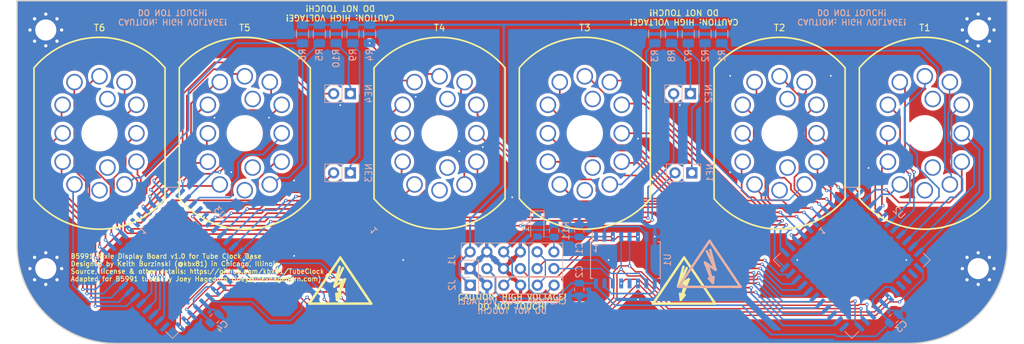
<source format=kicad_pcb>
(kicad_pcb (version 20240108) (generator "pcbnew") (generator_version "8.0")
  (layers (0 "F.Cu" signal) (31 "B.Cu" signal) (34 "B.Paste" user) (35 "F.Paste" user) (36 "B.SilkS" user "B.Silkscreen") (37 "F.SilkS" user "F.Silkscreen") (38 "B.Mask" user) (39 "F.Mask" user) (44 "Edge.Cuts" user))
  (net 0 "")
  (net 1 "T6_K_0")
  (net 2 "T6_K_1")
  (net 3 "T6_K_2")
  (net 4 "T6_K_3")
  (net 5 "T6_K_4")
  (net 6 "T6_K_5")
  (net 7 "T6_K_6")
  (net 8 "T6_K_7")
  (net 9 "T6_K_8")
  (net 10 "T6_K_9")
  (net 11 "T5_K_9")
  (net 12 "T5_K_8")
  (net 13 "T5_K_7")
  (net 14 "T5_K_6")
  (net 15 "T5_K_5")
  (net 16 "T5_K_4")
  (net 17 "T5_K_3")
  (net 18 "T5_K_2")
  (net 19 "T5_K_1")
  (net 20 "T5_K_0")
  (net 21 "T4_K_0")
  (net 22 "T4_K_1")
  (net 23 "T4_K_2")
  (net 24 "T4_K_3")
  (net 25 "T4_K_4")
  (net 26 "T4_K_5")
  (net 27 "T4_K_6")
  (net 28 "T4_K_7")
  (net 29 "T4_K_8")
  (net 30 "T4_K_9")
  (net 31 "T3_K_9")
  (net 32 "T3_K_8")
  (net 33 "T3_K_7")
  (net 34 "T3_K_6")
  (net 35 "T3_K_5")
  (net 36 "T3_K_4")
  (net 37 "T3_K_3")
  (net 38 "T3_K_2")
  (net 39 "T3_K_1")
  (net 40 "T3_K_0")
  (net 41 "T2_K_0")
  (net 42 "T2_K_1")
  (net 43 "T2_K_2")
  (net 44 "T2_K_3")
  (net 45 "T2_K_4")
  (net 46 "T2_K_5")
  (net 47 "T2_K_6")
  (net 48 "T2_K_7")
  (net 49 "T2_K_8")
  (net 50 "T2_K_9")
  (net 51 "T1_K_9")
  (net 52 "T1_K_8")
  (net 53 "T1_K_7")
  (net 54 "T1_K_6")
  (net 55 "T1_K_5")
  (net 56 "T1_K_4")
  (net 57 "T1_K_3")
  (net 58 "T1_K_2")
  (net 59 "T1_K_1")
  (net 60 "T1_K_0")
  (net 61 "+V_IN")
  (net 62 "GND")
  (net 63 "+V_HV")
  (net 64 "Net-(NE4-Pad1)")
  (net 65 "Net-(NE3-Pad1)")
  (net 66 "Net-(NE2-Pad1)")
  (net 67 "Net-(NE1-Pad1)")
  (net 68 "Net-(T1-A)")
  (net 69 "+3V3")
  (net 70 "DATA_OUT")
  (net 71 "~{LE}")
  (net 72 "~{BL}")
  (net 73 "DATA_IN")
  (net 74 "CLK")
  (net 75 "T7_K")
  (net 76 "T8_K")
  (net 77 "T10_K")
  (net 78 "T9_K")
  (net 79 "~{LE_DB}")
  (net 80 "~{BL_DB}")
  (net 81 "CLK_DB")
  (net 82 "DATA_IN_DB")
  (net 83 "Net-(T2-A)")
  (net 84 "Net-(T3-A)")
  (net 85 "Net-(T4-A)")
  (net 86 "Net-(T5-A)")
  (net 87 "Net-(T6-A)")
  (net 89 "DATA_THROUGH1")
  (net 90 "DATA_OUT_DB")
  (footprint "TubeClock:Nixie_B5991" (layer "F.Cu") (at 189.2424 96.3146)
    (property "Reference" "T2")
    (property "Value" "B5991_Nixie_Tube" (hide yes))
  )
  (footprint "TubeClock:Nixie_B5991" (layer "F.Cu") (at 159.7424 96.3146)
    (property "Reference" "T3")
    (property "Value" "B5991_Nixie_Tube" (hide yes))
  )
  (footprint "TubeClock:Nixie_B5991" (layer "F.Cu") (at 137.7424 96.3146)
    (property "Reference" "T4")
    (property "Value" "B5991_Nixie_Tube" (hide yes))
  )
  (footprint "TubeClock:Nixie_B5991" (layer "F.Cu") (at 108.2424 96.3146)
    (property "Reference" "T5")
    (property "Value" "B5991_Nixie_Tube" (hide yes))
  )
  (footprint "TubeClock:Nixie_B5991" (layer "F.Cu") (at 86.2424 96.3146)
    (property "Reference" "T6")
    (property "Value" "B5991_Nixie_Tube" (hide yes))
  )
  (footprint "TubeClock:Nixie_B5991" (layer "F.Cu") (at 211.2424 96.3146)
    (property "Reference" "T1")
    (property "Value" "B5991_Nixie_Tube" (hide yes))
  )
  (footprint "MountingHole:MountingHole_3.2mm_M3_Pad_Via" (layer "F.Cu") (at 219.329 80.645)
    (property "Reference" "H2" (hide yes))
    (property "Value" "MountingHole_Pad")
  )
  (footprint "MountingHole:MountingHole_3.2mm_M3_Pad_Via" (layer "F.Cu") (at 78.105 80.645)
    (property "Reference" "H1" (hide yes))
    (property "Value" "MountingHole_Pad")
  )
  (footprint "MountingHole:MountingHole_3.2mm_M3_Pad_Via" (layer "F.Cu") (at 219.329 116.84)
    (property "Reference" "H4" (hide yes))
    (property "Value" "MountingHole_Pad")
  )
  (footprint "MountingHole:MountingHole_3.2mm_M3_Pad_Via" (layer "F.Cu") (at 78.105 116.84)
    (property "Reference" "H3" (hide yes))
    (property "Value" "MountingHole_Pad")
  )
  (footprint "TubeClock:Symbol_HighVoltage_Type2_SilkTop_VerySmall" (layer "F.Cu") (at 122.7074 119.3546)
    (property "Reference" "REF**" (hide yes))
    (property "Value" "Symbol_HighVoltage_Type2_SilkTop_VerySmall")
  )
  (footprint "TubeClock:Symbol_HighVoltage_Type2_SilkTop_VerySmall" (layer "F.Cu") (at 174.7774 119.3546)
    (property "Reference" "REF**" (hide yes))
    (property "Value" "Symbol_HighVoltage_Type2_SilkTop_VerySmall")
  )
  (footprint "TubeClock:Symbol_HighVoltage_Type2_SilkBottom_VerySmall" (layer "F.Cu") (at 178.5874 116.8146)
    (property "Reference" "REF**" (hide yes))
    (property "Value" "Symbol_HighVoltage_Type2_SilkBottom_VerySmall")
  )
  (footprint "Capacitor_SMD:C_0805_2012Metric" (layer "B.Cu") (at 158.9024 111.0996 90)
    (property "Reference" "C1")
    (property "Value" "100 nF")
  )
  (footprint "Resistor_SMD:R_1206_3216Metric" (layer "B.Cu") (at 180.4924 81.2546 90)
    (property "Reference" "R1")
    (property "Value" "10K")
  )
  (footprint "Package_SO:SOIC-16W_5.3x10.2mm_P1.27mm" (layer "B.Cu") (at 165.8874 115.5446 -90)
    (property "Reference" "U1")
    (property "Value" "CD40109B")
  )
  (footprint "Resistor_SMD:R_0805_2012Metric" (layer "B.Cu") (at 155.0924 111.0996 -90)
    (property "Reference" "R11")
    (property "Value" "10K")
  )
  (footprint "Capacitor_SMD:C_0805_2012Metric" (layer "B.Cu") (at 158.9024 119.9896 -90)
    (property "Reference" "C2")
    (property "Value" "100 nF")
  )
  (footprint "Diode_SMD:D_SOD-123" (layer "B.Cu") (at 152.5524 110.3376 -90)
    (property "Reference" "D1")
    (property "Value" "1N4148")
  )
  (footprint "Connector_PinSocket_2.54mm:PinSocket_1x02_P2.54mm_Vertical" (layer "B.Cu") (at 175.7424 90.3146 90)
    (property "Reference" "NE2")
    (property "Value" "Lamp_Neon")
  )
  (footprint "Resistor_SMD:R_1206_3216Metric" (layer "B.Cu") (at 177.9524 81.2546 90)
    (property "Reference" "R2")
    (property "Value" "10K")
  )
  (footprint "Resistor_SMD:R_1206_3216Metric" (layer "B.Cu") (at 175.4124 81.2546 90)
    (property "Reference" "R7")
    (property "Value" "470K")
  )
  (footprint "Resistor_SMD:R_1206_3216Metric" (layer "B.Cu") (at 172.8724 81.2546 90)
    (property "Reference" "R8")
    (property "Value" "470K")
  )
  (footprint "Connector_PinSocket_2.54mm:PinSocket_2x06_P2.54mm_Vertical" (layer "B.Cu") (at 142.367 116.84 -90)
    (property "Reference" "J1")
    (property "Value" "Conn_02x06_Odd_Even")
  )
  (footprint "Resistor_SMD:R_1206_3216Metric" (layer "B.Cu") (at 170.3324 81.2546 90)
    (property "Reference" "R3")
    (property "Value" "10K")
  )
  (footprint "Package_LCC:PLCC-44_16.6x16.6mm_P1.27mm" (layer "B.Cu") (at 97.3074 115.5446 -135)
    (property "Reference" "U3")
    (property "Value" "HV5622")
  )
  (footprint "Package_LCC:PLCC-44_16.6x16.6mm_P1.27mm" (layer "B.Cu") (at 200.1774 115.5446 -135)
    (property "Reference" "U2")
    (property "Value" "HV5622")
  )
  (footprint "Connector_PinSocket_2.54mm:PinSocket_1x02_P2.54mm_Vertical" (layer "B.Cu") (at 124.2424 90.3146 90)
    (property "Reference" "NE4")
    (property "Value" "Lamp_Neon")
  )
  (footprint "Connector_PinSocket_2.54mm:PinSocket_1x02_P2.54mm_Vertical" (layer "B.Cu") (at 124.2424 102.3146 90)
    (property "Reference" "NE3")
    (property "Value" "Lamp_Neon")
  )
  (footprint "Resistor_SMD:R_1206_3216Metric" (layer "B.Cu") (at 124.6124 81.2546 90)
    (property "Reference" "R9")
    (property "Value" "470K")
  )
  (footprint "Resistor_SMD:R_1206_3216Metric" (layer "B.Cu") (at 127.1524 81.2546 90)
    (property "Reference" "R4")
    (property "Value" "10K")
  )
  (footprint "Resistor_SMD:R_1206_3216Metric" (layer "B.Cu") (at 119.5324 81.2546 90)
    (property "Reference" "R5")
    (property "Value" "10K")
  )
  (footprint "Resistor_SMD:R_1206_3216Metric" (layer "B.Cu") (at 116.9924 81.2546 90)
    (property "Reference" "R6")
    (property "Value" "10K")
  )
  (footprint "Resistor_SMD:R_1206_3216Metric" (layer "B.Cu") (at 122.0724 81.2546 90)
    (property "Reference" "R10")
    (property "Value" "470K")
  )
  (footprint "Capacitor_SMD:C_0805_2012Metric" (layer "B.Cu") (at 206.5274 124.4346 45)
    (property "Reference" "C3")
    (property "Value" "100 nF")
  )
  (footprint "Capacitor_SMD:C_0805_2012Metric" (layer "B.Cu") (at 103.6574 124.4346 45)
    (property "Reference" "C4")
    (property "Value" "100 nF")
  )
  (footprint "Connector_PinSocket_2.54mm:PinSocket_1x02_P2.54mm_Vertical" (layer "B.Cu") (at 175.952 102.3146 90)
    (property "Reference" "NE1")
    (property "Value" "Lamp_Neon")
  )
  (footprint "Connector_PinSocket_2.54mm:PinSocket_1x06_P2.54mm_Vertical" (layer "B.Cu") (at 142.3924 119.3546 -90)
    (property "Reference" "J2")
    (property "Value" "Conn_01x06")
  )
  (gr_arc (start 88.745799 128.200001) (mid 78.139198 123.806602) (end 73.7458 113.2) (stroke (width 0.2)) (layer "Edge.Cuts"))
  (gr_line (start 73.7458 113.2) (end 73.7458 76.2) (stroke (width 0.2)) (layer "Edge.Cuts"))
  (gr_arc (start 223.745799 113.200001) (mid 219.352401 123.806602) (end 208.7458 128.2) (stroke (width 0.2)) (layer "Edge.Cuts"))
  (gr_line (start 73.7458 76.2) (end 223.7458 76.2) (stroke (width 0.2)) (layer "Edge.Cuts"))
  (gr_line (start 223.7458 76.2) (end 223.745799 113.200001) (stroke (width 0.2)) (layer "Edge.Cuts"))
  (gr_line (start 208.7458 128.2) (end 88.7458 128.2) (stroke (width 0.2)) (layer "Edge.Cuts"))
  (gr_text "1" (at 92.8624 111.0996 225) (layer "B.SilkS") (effects (font (size 1 1)) (justify mirror)))
  (gr_text "1" (at 161.4424 113.7666 180) (layer "B.SilkS") (effects (font (size 1 1)) (justify mirror)))
  (gr_text "1" (at 127.7874 111.0996 135) (layer "B.SilkS") (effects (font (size 1 1)) (justify mirror)))
  (gr_text "CAUTION: HIGH VOLTAGE!\nDO NOT TOUCH!" (at 148.7424 122.5296 0) (layer "B.SilkS") (effects (font (size 0.889 0.889) (thickness 0.1524)) (justify mirror)))
  (gr_text "CAUTION: HIGH VOLTAGE!\nDO NOT TOUCH!" (at 97.3074 78.7146 180) (layer "B.SilkS") (effects (font (size 0.889 0.889) (thickness 0.1524)) (justify mirror)))
  (gr_text "CAUTION: HIGH VOLTAGE!\nDO NOT TOUCH!" (at 200.1774 78.7146 180) (layer "B.SilkS") (effects (font (size 0.889 0.889) (thickness 0.1524)) (justify mirror)))
  (gr_text "1" (at 195.7324 111.0996 225) (layer "B.SilkS") (effects (font (size 1 1)) (justify mirror)))
  (gr_text "CAUTION: HIGH VOLTAGE!\nDO NOT TOUCH!" (at 122.7074 78.0796 180) (layer "F.SilkS") (effects (font (size 0.889 0.889) (thickness 0.1524))))
  (gr_text "CAUTION: HIGH VOLTAGE!\nDO NOT TOUCH!" (at 174.7774 78.7146 180) (layer "F.SilkS") (effects (font (size 0.889 0.889) (thickness 0.1524))))
  (gr_text "CAUTION: HIGH VOLTAGE!\nDO NOT TOUCH!" (at 148.7424 121.8946 0) (layer "F.SilkS") (effects (font (size 0.889 0.889) (thickness 0.1524))))
  (gr_text "B5991 Nixie Display Board v1.0 for Tube Clock Base\nDesigned by Keith Burzinski (@kbx81) in Chicago, Illinois\nSource, license & other details: https://github.com/kbx81/TubeClock\nAdapted for B5991 tubes by Joey Hagedorn (joey@joeyhagedorn.com)" (at 81.8134 116.6876 0) (layer "F.SilkS") (effects (font (size 0.7112 0.7112) (thickness 0.127)) (justify left)))
  (segment (start 86.2584 115.4176) (end 85.6234 116.0526) (width 0.254) (layer "F.Cu") (net 1))
  (segment (start 92.4814 106.0196) (end 89.5604 108.9406) (width 0.254) (layer "F.Cu") (net 1))
  (segment (start 92.4814 103.071686) (end 92.4814 106.0196) (width 0.254) (layer "F.Cu") (net 1))
  (segment (start 85.6234 116.0526) (end 85.6234 122.5296) (width 0.254) (layer "F.Cu") (net 1))
  (segment (start 86.2584 114.4016) (end 86.2584 115.4176) (width 0.254) (layer "F.Cu") (net 1))
  (segment (start 89.5604 108.9406) (end 89.5604 111.0996) (width 0.254) (layer "F.Cu") (net 1))
  (segment (start 89.5604 111.0996) (end 86.2584 114.4016) (width 0.254) (layer "F.Cu") (net 1))
  (segment (start 91.99042 100.81294) (end 91.99042 102.580706) (width 0.254) (layer "F.Cu") (net 1))
  (segment (start 91.99042 102.580706) (end 92.4814 103.071686) (width 0.254) (layer "F.Cu") (net 1))
  (via (at 85.6234 122.5296) (size 0.508) (drill 0.254) (layers "F.Cu" "B.Cu") (net 1))
  (segment (start 85.6234 122.5296) (end 90.3224 122.5296) (width 0.254) (layer "B.Cu") (net 1))
  (segment (start 90.3224 122.5296) (end 91.650546 121.201454) (width 0.254) (layer "B.Cu") (net 1))
  (segment (start 90.75252 120.303429) (end 89.161349 121.8946) (width 0.254) (layer "B.Cu") (net 2))
  (segment (start 89.161349 121.8946) (end 84.7344 121.8946) (width 0.254) (layer "B.Cu") (net 2))
  (segment (start 82.24444 119.40464) (end 82.24444 104.31306) (width 0.254) (layer "B.Cu") (net 2))
  (segment (start 84.7344 121.8946) (end 82.24444 119.40464) (width 0.254) (layer "B.Cu") (net 2))
  (segment (start 80.49438 100.81294) (end 80.49438 105.08158) (width 0.254) (layer "F.Cu") (net 3))
  (segment (start 80.49438 105.08158) (end 84.9884 109.5756) (width 0.254) (layer "F.Cu") (net 3))
  (segment (start 84.9884 109.5756) (end 84.9884 121.2596) (width 0.254) (layer "F.Cu") (net 3))
  (via (at 84.9884 121.2596) (size 0.508) (drill 0.254) (layers "F.Cu" "B.Cu") (net 3))
  (segment (start 84.9884 121.2596) (end 88.000298 121.2596) (width 0.254) (layer "B.Cu") (net 3))
  (segment (start 88.000298 121.2596) (end 89.854495 119.405403) (width 0.254) (layer "B.Cu") (net 3))
  (segment (start 78.7654 98.04358) (end 78.7654 104.1146) (width 0.254) (layer "F.Cu") (net 4))
  (segment (start 80.49438 96.3146) (end 78.7654 98.04358) (width 0.254) (layer "F.Cu") (net 4))
  (segment (start 78.7654 104.1146) (end 78.7654 104.2416) (width 0.254) (layer "F.Cu") (net 4))
  (segment (start 84.3534 109.8296) (end 84.3534 120.6246) (width 0.254) (layer "F.Cu") (net 4))
  (segment (start 78.7654 104.2416) (end 84.3534 109.8296) (width 0.254) (layer "F.Cu") (net 4))
  (via (at 84.3534 120.6246) (size 0.508) (drill 0.254) (layers "F.Cu" "B.Cu") (net 4))
  (segment (start 84.3534 120.6246) (end 86.839246 120.6246) (width 0.254) (layer "B.Cu") (net 4))
  (segment (start 86.839246 120.6246) (end 88.956469 118.507377) (width 0.254) (layer "B.Cu") (net 4))
  (segment (start 83.7184 110.0836) (end 83.7184 119.9896) (width 0.254) (layer "F.Cu") (net 5))
  (segment (start 80.49438 93.87662) (end 78.1304 96.2406) (width 0.254) (layer "F.Cu") (net 5))
  (segment (start 80.49438 91.81626) (end 80.49438 93.87662) (width 0.254) (layer "F.Cu") (net 5))
  (segment (start 78.1304 96.2406) (end 78.1304 104.4956) (width 0.254) (layer "F.Cu") (net 5))
  (segment (start 78.1304 104.4956) (end 83.7184 110.0836) (width 0.254) (layer "F.Cu") (net 5))
  (via (at 83.7184 119.9896) (size 0.508) (drill 0.254) (layers "F.Cu" "B.Cu") (net 5))
  (segment (start 85.678195 119.9896) (end 88.058443 117.609352) (width 0.254) (layer "B.Cu") (net 5))
  (segment (start 83.7184 119.9896) (end 85.678195 119.9896) (width 0.254) (layer "B.Cu") (net 5))
  (segment (start 85.6234 109.3216) (end 85.6234 115.1636) (width 0.254) (layer "F.Cu") (net 6))
  (segment (start 84.1794 103.638701) (end 84.1794 107.8776) (width 0.254) (layer "F.Cu") (net 6))
  (segment (start 82.423 101.882301) (end 84.1794 103.638701) (width 0.254) (layer "F.Cu") (net 6))
  (segment (start 82.423 88.4947) (end 82.423 101.882301) (width 0.254) (layer "F.Cu") (net 6))
  (segment (start 84.1794 107.8776) (end 85.6234 109.3216) (width 0.254) (layer "F.Cu") (net 6))
  (via (at 85.6234 115.1636) (size 0.508) (drill 0.254) (layers "F.Cu" "B.Cu") (net 6))
  (segment (start 85.6234 115.174308) (end 87.160418 116.711326) (width 0.254) (layer "B.Cu") (net 6))
  (segment (start 85.6234 115.1636) (end 85.6234 115.174308) (width 0.254) (layer "B.Cu") (net 6))
  (segment (start 84.713 103.5352) (end 84.713 107.5222) (width 0.254) (layer "F.Cu") (net 7))
  (segment (start 86.2424 87.31538) (end 82.8294 90.72838) (width 0.254) (layer "F.Cu") (net 7))
  (segment (start 86.2584 109.0676) (end 86.2584 113.5126) (width 0.254) (layer "F.Cu") (net 7))
  (segment (start 84.713 107.5222) (end 86.2584 109.0676) (width 0.254) (layer "F.Cu") (net 7))
  (segment (start 82.8294 90.72838) (end 82.8294 101.6516) (width 0.254) (layer "F.Cu") (net 7))
  (segment (start 82.8294 101.6516) (end 84.713 103.5352) (width 0.254) (layer "F.Cu") (net 7))
  (via (at 86.2584 113.5126) (size 0.508) (drill 0.254) (layers "F.Cu" "B.Cu") (net 7))
  (segment (start 87.123674 114.377874) (end 86.2584 113.5126) (width 0.254) (layer "B.Cu") (net 7))
  (segment (start 87.160418 114.377874) (end 87.123674 114.377874) (width 0.254) (layer "B.Cu") (net 7))
  (segment (start 87.9094 108.0516) (end 87.1474 108.8136) (width 0.254) (layer "F.Cu") (net 8))
  (segment (start 84.9924 93.0646) (end 83.2424 94.8146) (width 0.254) (layer "F.Cu") (net 8))
  (segment (start 88.2424 93.0646) (end 84.9924 93.0646) (width 0.254) (layer "F.Cu") (net 8))
  (segment (start 87.9094 104.213) (end 87.9094 108.0516) (width 0.254) (layer "F.Cu") (net 8))
  (segment (start 90.0324 91.2746) (end 88.2424 93.0646) (width 0.254) (layer "F.Cu") (net 8))
  (segment (start 90.0324 88.5546) (end 90.0324 91.2746) (width 0.254) (layer "F.Cu") (net 8))
  (segment (start 83.2424 94.8146) (end 83.2424 99.546) (width 0.254) (layer "F.Cu") (net 8))
  (segment (start 87.1474 108.8136) (end 87.1474 112.4966) (width 0.254) (layer "F.Cu") (net 8))
  (segment (start 83.2424 99.546) (end 87.9094 104.213) (width 0.254) (layer "F.Cu") (net 8))
  (via (at 87.1474 112.4966) (size 0.508) (drill 0.254) (layers "F.Cu" "B.Cu") (net 8))
  (segment (start 88.058443 113.407643) (end 87.1474 112.4966) (width 0.254) (layer "B.Cu") (net 8))
  (segment (start 88.058443 113.479848) (end 88.058443 113.407643) (width 0.254) (layer "B.Cu") (net 8))
  (segment (start 88.4174 108.4326) (end 88.0364 108.8136) (width 0.254) (layer "F.Cu") (net 9))
  (segment (start 88.0364 108.8136) (end 88.0364 111.6076) (width 0.254) (layer "F.Cu") (net 9))
  (segment (start 88.4174 103.0986) (end 88.4174 108.4326) (width 0.254) (layer "F.Cu") (net 9))
  (segment (start 89.6874 101.8286) (end 88.4174 103.0986) (width 0.254) (layer "F.Cu") (net 9))
  (segment (start 91.99042 91.81626) (end 89.6874 94.11928) (width 0.254) (layer "F.Cu") (net 9))
  (segment (start 89.6874 94.11928) (end 89.6874 101.8286) (width 0.254) (layer "F.Cu") (net 9))
  (via (at 88.0364 111.6076) (size 0.508) (drill 0.254) (layers "F.Cu" "B.Cu") (net 9))
  (segment (start 88.956469 112.581823) (end 88.956469 112.527669) (width 0.254) (layer "B.Cu") (net 9))
  (segment (start 88.956469 112.527669) (end 88.0364 111.6076) (width 0.254) (layer "B.Cu") (net 9))
  (segment (start 90.1954 98.10962) (end 90.1954 101.7016) (width 0.254) (layer "F.Cu") (net 10))
  (segment (start 88.9254 108.8136) (end 88.9254 110.7186) (width 0.254) (layer "F.Cu") (net 10))
  (segment (start 91.9734 103.4796) (end 91.9734 105.7656) (width 0.254) (layer "F.Cu") (net 10))
  (segment (start 91.99042 96.3146) (end 90.1954 98.10962) (width 0.254) (layer "F.Cu") (net 10))
  (segment (start 91.9734 105.7656) (end 88.9254 108.8136) (width 0.254) (layer "F.Cu") (net 10))
  (segment (start 90.1954 101.7016) (end 91.9734 103.4796) (width 0.254) (layer "F.Cu") (net 10))
  (via (at 88.9254 110.7186) (size 0.508) (drill 0.254) (layers "F.Cu" "B.Cu") (net 10))
  (segment (start 89.854495 111.683797) (end 89.854495 111.647695) (width 0.254) (layer "B.Cu") (net 10))
  (segment (start 89.854495 111.647695) (end 88.9254 110.7186) (width 0.254) (layer "B.Cu") (net 10))
  (segment (start 106.2424 104.0646) (end 107.2424 103.0646) (width 0.254) (layer "B.Cu") (net 11))
  (segment (start 113.8324 96.7246) (end 113.8324 96.3146) (width 0.254) (layer "B.Cu") (net 11))
  (segment (start 101.399246 106.0646) (end 105.9924 106.0646) (width 0.254) (layer "B.Cu") (net 11))
  (segment (start 107.2424 103.0646) (end 107.2424 100.80815) (width 0.254) (layer "B.Cu") (net 11))
  (segment (start 105.9924 106.0646) (end 106.2424 105.8146) (width 0.254) (layer "B.Cu") (net 11))
  (segment (start 106.2424 105.8146) (end 106.2424 104.0646) (width 0.254) (layer "B.Cu") (net 11))
  (segment (start 110.9924 99.5646) (end 113.8324 96.7246) (width 0.254) (layer "B.Cu") (net 11))
  (segment (start 100.270177 107.193669) (end 101.399246 106.0646) (width 0.254) (layer "B.Cu") (net 11))
  (segment (start 108.48595 99.5646) (end 110.9924 99.5646) (width 0.254) (layer "B.Cu") (net 11))
  (segment (start 107.2424 100.80815) (end 108.48595 99.5646) (width 0.254) (layer "B.Cu") (net 11))
  (segment (start 106.423 93.221) (end 104.9924 94.6516) (width 0.254) (layer "F.Cu") (net 12))
  (segment (start 104.9924 94.6516) (end 104.9924 101.6366) (width 0.254) (layer "F.Cu") (net 12))
  (segment (start 113.99042 91.81626) (end 112.58568 93.221) (width 0.254) (layer "F.Cu") (net 12))
  (segment (start 112.58568 93.221) (end 106.423 93.221) (width 0.254) (layer "F.Cu") (net 12))
  (segment (start 104.9924 101.6366) (end 104.4194 102.2096) (width 0.254) (layer "F.Cu") (net 12))
  (via (at 104.4194 102.2096) (size 0.508) (drill 0.254) (layers "F.Cu" "B.Cu") (net 12))
  (segment (start 104.4194 102.2096) (end 103.458195 102.2096) (width 0.254) (layer "B.Cu") (net 12))
  (segment (start 103.458195 102.2096) (end 99.372152 106.295643) (width 0.254) (layer "B.Cu") (net 12))
  (segment (start 99.9744 102.4636) (end 103.2764 102.4636) (width 0.254) (layer "F.Cu") (net 13))
  (segment (start 105.974134 92.8146) (end 110.4924 92.8146) (width 0.254) (layer "F.Cu") (net 13))
  (segment (start 112.24036 91.06664) (end 112.24036 88.31614) (width 0.254) (layer "F.Cu") (net 13))
  (segment (start 103.2764 102.4636) (end 104.4924 101.2476) (width 0.254) (layer "F.Cu") (net 13))
  (segment (start 110.4924 92.8146) (end 112.24036 91.06664) (width 0.254) (layer "F.Cu") (net 13))
  (segment (start 98.8314 103.6066) (end 99.9744 102.4636) (width 0.254) (layer "F.Cu") (net 13))
  (segment (start 104.4924 94.296334) (end 105.974134 92.8146) (width 0.254) (layer "F.Cu") (net 13))
  (segment (start 104.4924 101.2476) (end 104.4924 94.296334) (width 0.254) (layer "F.Cu") (net 13))
  (via (at 98.8314 103.6066) (size 0.508) (drill 0.254) (layers "F.Cu" "B.Cu") (net 13))
  (segment (start 98.8314 103.6066) (end 98.8314 105.040344) (width 0.254) (layer "B.Cu") (net 13))
  (segment (start 98.8314 105.040344) (end 98.474126 105.397618) (width 0.254) (layer "B.Cu") (net 13))
  (segment (start 106.474634 87.31538) (end 105.747854 86.5886) (width 0.254) (layer "F.Cu") (net 14))
  (segment (start 103.5304 86.5886) (end 99.4664 90.6526) (width 0.254) (layer "F.Cu") (net 14))
  (segment (start 108.2424 87.31538) (end 106.474634 87.31538) (width 0.254) (layer "F.Cu") (net 14))
  (segment (start 105.747854 86.5886) (end 103.5304 86.5886) (width 0.254) (layer "F.Cu") (net 14))
  (segment (start 99.4664 90.6526) (end 99.4664 98.5266) (width 0.254) (layer "F.Cu") (net 14))
  (segment (start 99.4664 98.5266) (end 94.5134 103.4796) (width 0.254) (layer "F.Cu") (net 14))
  (via (at 94.5134 103.4796) (size 0.508) (drill 0.254) (layers "F.Cu" "B.Cu") (net 14))
  (segment (start 94.5134 103.770344) (end 94.5134 103.4796) (width 0.254) (layer "B.Cu") (net 14))
  (segment (start 96.140674 105.397618) (end 94.5134 103.770344) (width 0.254) (layer "B.Cu") (net 14))
  (segment (start 100.1014 98.7806) (end 94.0054 104.8766) (width 0.254) (layer "F.Cu") (net 15))
  (segment (start 102.330861 89.566139) (end 100.1014 91.7956) (width 0.254) (layer "F.Cu") (net 15))
  (segment (start 100.1014 91.7956) (end 100.1014 98.7806) (width 0.254) (layer "F.Cu") (net 15))
  (segment (start 104.24444 88.31614) (end 102.994441 89.566139) (width 0.254) (layer "F.Cu") (net 15))
  (segment (start 102.994441 89.566139) (end 102.330861 89.566139) (width 0.254) (layer "F.Cu") (net 15))
  (via (at 94.0054 104.8766) (size 0.508) (drill 0.254) (layers "F.Cu" "B.Cu") (net 15))
  (segment (start 95.242648 106.113848) (end 94.0054 104.8766) (width 0.254) (layer "B.Cu") (net 15))
  (segment (start 95.242648 106.295643) (end 95.242648 106.113848) (width 0.254) (layer "B.Cu") (net 15))
  (segment (start 102.49438 91.81626) (end 100.7364 93.57424) (width 0.254) (layer "F.Cu") (net 16))
  (segment (start 93.8784 105.8926) (end 100.7364 99.0346) (width 0.254) (layer "F.Cu") (net 16))
  (segment (start 100.7364 93.57424) (end 100.7364 99.0346) (width 0.254) (layer "F.Cu") (net 16))
  (via (at 93.8784 105.8926) (size 0.508) (drill 0.254) (layers "F.Cu" "B.Cu") (net 16))
  (segment (start 93.8784 105.8926) (end 93.8784 106.727446) (width 0.254) (layer "B.Cu") (net 16))
  (segment (start 93.8784 106.727446) (end 94.344623 107.193669) (width 0.254) (layer "B.Cu") (net 16))
  (segment (start 93.2434 107.4166) (end 102.49438 98.16562) (width 0.254) (layer "F.Cu") (net 17))
  (segment (start 92.8624 107.4166) (end 93.2434 107.4166) (width 0.254) (layer "F.Cu") (net 17))
  (segment (start 102.49438 98.16562) (end 102.49438 96.3146) (width 0.254) (layer "F.Cu") (net 17))
  (via (at 92.8624 107.4166) (size 0.508) (drill 0.254) (layers "F.Cu" "B.Cu") (net 17))
  (segment (start 93.446597 108.091695) (end 93.446597 108.000797) (width 0.254) (layer "B.Cu") (net 17))
  (segment (start 93.446597 108.000797) (end 92.8624 107.4166) (width 0.254) (layer "B.Cu") (net 17))
  (segment (start 100.725351 100.81294) (end 92.831413 108.706878) (width 0.254) (layer "F.Cu") (net 18))
  (segment (start 102.49438 100.81294) (end 100.725351 100.81294) (width 0.254) (layer "F.Cu") (net 18))
  (segment (start 92.831413 108.706878) (end 92.548571 108.98972) (width 0.254) (layer "F.Cu") (net 18))
  (via (at 92.548571 108.98972) (size 0.508) (drill 0.254) (layers "F.Cu" "B.Cu") (net 18))
  (segment (start 92.550254 109.887746) (end 91.650546 109.887746) (width 0.254) (layer "F.Cu") (net 19))
  (segment (start 104.24444 104.31306) (end 98.12494 104.31306) (width 0.254) (layer "F.Cu") (net 19))
  (segment (start 98.12494 104.31306) (end 92.550254 109.887746) (width 0.254) (layer "F.Cu") (net 19))
  (via (at 91.650546 109.887746) (size 0.508) (drill 0.254) (layers "F.Cu" "B.Cu") (net 19))
  (segment (start 110.2424 105.8146) (end 110.2424 103.3146) (width 0.254) (layer "F.Cu") (net 20))
  (segment (start 109.573 106.484) (end 110.2424 105.8146) (width 0.254) (layer "F.Cu") (net 20))
  (segment (start 97.157264 106.484) (end 109.573 106.484) (width 0.254) (layer "F.Cu") (net 20))
  (segment (start 92.826664 110.8146) (end 97.157264 106.484) (width 0.254) (layer "F.Cu") (net 20))
  (segment (start 112.9224 100.6346) (end 113.8324 100.6346) (width 0.254) (layer "F.Cu") (net 20))
  (segment (start 110.2424 103.3146) (end 112.9224 100.6346) (width 0.254) (layer "F.Cu") (net 20))
  (segment (start 90.7424 110.8146) (end 92.826664 110.8146) (width 0.254) (layer "F.Cu") (net 20))
  (via (at 90.7424 110.8146) (size 0.508) (drill 0.254) (layers "F.Cu" "B.Cu") (net 20))
  (segment (start 133.1214 106.6546) (end 133.7564 106.6546) (width 0.254) (layer "F.Cu") (net 21))
  (segment (start 129.4384 110.3376) (end 101.7524 110.3376) (width 0.254) (layer "F.Cu") (net 21))
  (segment (start 141.8844 107.0356) (end 143.49042 105.42958) (width 0.254) (layer "F.Cu") (net 21))
  (segment (start 133.1214 106.6546) (end 129.4384 110.3376) (width 0.254) (layer "F.Cu") (net 21))
  (segment (start 143.49042 105.42958) (end 143.49042 100.81294) (width 0.254) (layer "F.Cu") (net 21))
  (segment (start 101.7524 110.3376) (end 100.3554 108.9406) (width 0.254) (layer "F.Cu") (net 21))
  (segment (start 134.1374 107.0356) (end 141.8844 107.0356) (width 0.254) (layer "F.Cu") (net 21))
  (segment (start 133.7564 106.6546) (end 134.1374 107.0356) (width 0.254) (layer "F.Cu") (net 21))
  (via (at 100.3554 108.9406) (size 0.508) (drill 0.254) (layers "F.Cu" "B.Cu") (net 21))
  (segment (start 101.168203 108.091695) (end 101.168203 108.127797) (width 0.254) (layer "B.Cu") (net 21))
  (segment (start 101.168203 108.127797) (end 100.3554 108.9406) (width 0.254) (layer "B.Cu") (net 21))
  (segment (start 128.9899 109.0676) (end 111.9124 109.0676) (width 0.254) (layer "F.Cu") (net 22))
  (segment (start 102.779109 109.7026) (end 102.066229 108.98972) (width 0.254) (layer "F.Cu") (net 22))
  (segment (start 111.9124 109.0676) (end 111.2774 109.7026) (width 0.254) (layer "F.Cu") (net 22))
  (segment (start 111.2774 109.7026) (end 102.779109 109.7026) (width 0.254) (layer "F.Cu") (net 22))
  (segment (start 133.74444 104.31306) (end 128.9899 109.0676) (width 0.254) (layer "F.Cu") (net 22))
  (via (at 102.066229 108.98972) (size 0.508) (drill 0.254) (layers "F.Cu" "B.Cu") (net 22))
  (segment (start 111.0234 109.0676) (end 111.6584 108.4326) (width 0.254) (layer "F.Cu") (net 23))
  (segment (start 131.99438 105.24162) (end 131.99438 100.81294) (width 0.254) (layer "F.Cu") (net 23))
  (segment (start 111.6584 108.4326) (end 128.8034 108.4326) (width 0.254) (layer "F.Cu") (net 23))
  (segment (start 103.7844 109.0676) (end 111.0234 109.0676) (width 0.254) (layer "F.Cu") (net 23))
  (segment (start 128.8034 108.4326) (end 131.99438 105.24162) (width 0.254) (layer "F.Cu") (net 23))
  (via (at 103.7844 109.0676) (size 0.508) (drill 0.254) (layers "F.Cu" "B.Cu") (net 23))
  (segment (start 102.964254 109.887746) (end 103.7844 109.0676) (width 0.254) (layer "B.Cu") (net 23))
  (segment (start 130.2004 98.10858) (end 131.99438 96.3146) (width 0.254) (layer "F.Cu") (net 24))
  (segment (start 110.7694 108.4326) (end 111.4044 107.7976) (width 0.254) (layer "F.Cu") (net 24))
  (segment (start 130.2004 106.1466) (end 130.2004 98.10858) (width 0.254) (layer "F.Cu") (net 24))
  (segment (start 106.1974 108.4326) (end 110.7694 108.4326) (width 0.254) (layer "F.Cu") (net 24))
  (segment (start 111.4044 107.7976) (end 128.5494 107.7976) (width 0.254) (layer "F.Cu") (net 24))
  (segment (start 128.5494 107.7976) (end 130.2004 106.1466) (width 0.254) (layer "F.Cu") (net 24))
  (via (at 106.1974 108.4326) (size 0.508) (drill 0.254) (layers "F.Cu" "B.Cu") (net 24))
  (segment (start 103.86228 110.785771) (end 106.1974 108.450651) (width 0.254) (layer "B.Cu") (net 24))
  (segment (start 106.1974 108.450651) (end 106.1974 108.4326) (width 0.254) (layer "B.Cu") (net 24))
  (segment (start 129.5654 105.8926) (end 129.5654 94.24524) (width 0.254) (layer "F.Cu") (net 25))
  (segment (start 108.6104 107.7976) (end 110.5154 107.7976) (width 0.254) (layer "F.Cu") (net 25))
  (segment (start 129.5654 94.24524) (end 131.99438 91.81626) (width 0.254) (layer "F.Cu") (net 25))
  (segment (start 111.1504 107.1626) (end 128.2954 107.1626) (width 0.254) (layer "F.Cu") (net 25))
  (segment (start 110.5154 107.7976) (end 111.1504 107.1626) (width 0.254) (layer "F.Cu") (net 25))
  (segment (start 128.2954 107.1626) (end 129.5654 105.8926) (width 0.254) (layer "F.Cu") (net 25))
  (via (at 108.6104 107.7976) (size 0.508) (drill 0.254) (layers "F.Cu" "B.Cu") (net 25))
  (segment (start 104.760305 111.683797) (end 108.6104 107.833702) (width 0.254) (layer "B.Cu") (net 25))
  (segment (start 108.6104 107.833702) (end 108.6104 107.7976) (width 0.254) (layer "B.Cu") (net 25))
  (segment (start 114.4524 106.5276) (end 128.0414 106.5276) (width 0.254) (layer "F.Cu") (net 26))
  (segment (start 128.9304 105.6386) (end 128.9304 91.362414) (width 0.254) (layer "F.Cu") (net 26))
  (segment (start 131.976674 88.31614) (end 133.74444 88.31614) (width 0.254) (layer "F.Cu") (net 26))
  (segment (start 128.0414 106.5276) (end 128.9304 105.6386) (width 0.254) (layer "F.Cu") (net 26))
  (segment (start 128.9304 91.362414) (end 131.976674 88.31614) (width 0.254) (layer "F.Cu") (net 26))
  (via (at 114.4524 106.5276) (size 0.508) (drill 0.254) (layers "F.Cu" "B.Cu") (net 26))
  (segment (start 113.001246 107.978754) (end 114.4524 106.5276) (width 0.254) (layer "B.Cu") (net 26))
  (segment (start 110.2614 107.978754) (end 113.001246 107.978754) (width 0.254) (layer "B.Cu") (net 26))
  (segment (start 105.658331 112.581823) (end 110.2614 107.978754) (width 0.254) (layer "B.Cu") (net 26))
  (segment (start 135.247854 86.5886) (end 135.974634 87.31538) (width 0.254) (layer "F.Cu") (net 27))
  (segment (start 127.7874 105.8926) (end 128.2954 105.3846) (width 0.254) (layer "F.Cu") (net 27))
  (segment (start 135.974634 87.31538) (end 137.7424 87.31538) (width 0.254) (layer "F.Cu") (net 27))
  (segment (start 128.2954 91.1606) (end 132.8674 86.5886) (width 0.254) (layer "F.Cu") (net 27))
  (segment (start 128.2954 105.3846) (end 128.2954 91.1606) (width 0.254) (layer "F.Cu") (net 27))
  (segment (start 115.9764 105.8926) (end 127.7874 105.8926) (width 0.254) (layer "F.Cu") (net 27))
  (segment (start 132.8674 86.5886) (end 135.247854 86.5886) (width 0.254) (layer "F.Cu") (net 27))
  (via (at 115.9764 105.8926) (size 0.508) (drill 0.254) (layers "F.Cu" "B.Cu") (net 27))
  (segment (start 112.828797 109.040203) (end 115.9764 105.8926) (width 0.254) (layer "B.Cu") (net 27))
  (segment (start 106.556357 113.479848) (end 110.996003 109.040203) (width 0.254) (layer "B.Cu") (net 27))
  (segment (start 112.828797 109.040203) (end 110.996003 109.040203) (width 0.254) (layer "B.Cu") (net 27))
  (segment (start 140.209 98.848) (end 139.4924 99.5646) (width 0.254) (layer "F.Cu") (net 28))
  (segment (start 134.5184 106.0196) (end 132.8674 106.0196) (width 0.254) (layer "F.Cu") (net 28))
  (segment (start 140.521458 98.5312) (end 140.209 98.843658) (width 0.254) (layer "F.Cu") (net 28))
  (segment (start 140.5258 98.5312) (end 140.521458 98.5312) (width 0.254) (layer "F.Cu") (net 28))
  (segment (start 140.209 98.843658) (end 140.209 98.848) (width 0.254) (layer "F.Cu") (net 28))
  (segment (start 135.7424 101.5646) (end 135.7424 104.7956) (width 0.254) (layer "F.Cu") (net 28))
  (segment (start 141.5324 88.5546) (end 140.9924 89.0946) (width 0.254) (layer "F.Cu") (net 28))
  (segment (start 139.4924 99.5646) (end 137.7424 99.5646) (width 0.254) (layer "F.Cu") (net 28))
  (segment (start 129.1844 109.7026) (end 112.1664 109.7026) (width 0.254) (layer "F.Cu") (net 28))
  (segment (start 137.7424 99.5646) (end 135.7424 101.5646) (width 0.254) (layer "F.Cu") (net 28))
  (segment (start 132.8674 106.0196) (end 129.1844 109.7026) (width 0.254) (layer "F.Cu") (net 28))
  (segment (start 140.9924 89.0946) (end 140.9924 98.0646) (width 0.254) (layer "F.Cu") (net 28))
  (segment (start 135.7424 104.7956) (end 134.5184 106.0196) (width 0.254) (layer "F.Cu") (net 28))
  (segment (start 140.9924 98.0646) (end 140.5258 98.5312) (width 0.254) (layer "F.Cu") (net 28))
  (via (at 112.1664 109.7026) (size 0.508) (drill 0.254) (layers "F.Cu" "B.Cu") (net 28))
  (segment (start 107.491126 114.377874) (end 107.454382 114.377874) (width 0.254) (layer "B.Cu") (net 28))
  (segment (start 112.1664 109.7026) (end 107.491126 114.377874) (width 0.254) (layer "B.Cu") (net 28))
  (segment (start 143.49042 91.81626) (end 143.49042 93.584026) (width 0.254) (layer "F.Cu") (net 29))
  (segment (start 184.9374 119.7356) (end 183.6674 119.7356) (width 0.254) (layer "F.Cu") (net 29))
  (segment (start 170.9674 107.0356) (end 156.1084 107.0356) (width 0.254) (layer "F.Cu") (net 29))
  (segment (start 145.5674 95.661006) (end 145.5674 96.4946) (width 0.254) (layer "F.Cu") (net 29))
  (segment (start 143.49042 93.584026) (end 145.5674 95.661006) (width 0.254) (layer "F.Cu") (net 29))
  (segment (start 156.1084 107.0356) (end 145.5674 96.4946) (width 0.254) (layer "F.Cu") (net 29))
  (segment (start 183.6674 119.7356) (end 170.9674 107.0356) (width 0.254) (layer "F.Cu") (net 29))
  (via (at 184.9374 119.7356) (size 0.508) (drill 0.254) (layers "F.Cu" "B.Cu") (net 29))
  (segment (start 184.9374 120.6246) (end 184.9374 119.7356) (width 0.254) (layer "B.Cu") (net 29))
  (segment (start 189.778108 125.465308) (end 184.9374 120.6246) (width 0.254) (layer "B.Cu") (net 29))
  (segment (start 197.440897 125.465308) (end 189.778108 125.465308) (width 0.254) (layer "B.Cu") (net 29))
  (segment (start 198.112648 124.793557) (end 197.440897 125.465308) (width 0.254) (layer "B.Cu") (net 29))
  (segment (start 144.740419 97.564599) (end 145.875399 97.564599) (width 0.254) (layer "F.Cu") (net 30))
  (segment (start 155.8544 107.5436) (end 170.7134 107.5436) (width 0.254) (layer "F.Cu") (net 30))
  (segment (start 145.875399 97.564599) (end 155.8544 107.5436) (width 0.254) (layer "F.Cu") (net 30))
  (segment (start 143.49042 96.3146) (end 144.740419 97.564599) (width 0.254) (layer "F.Cu") (net 30))
  (segment (start 170.7134 107.5436) (end 183.6039 120.4341) (width 0.254) (layer "F.Cu") (net 30))
  (segment (start 183.6039 120.4341) (end 185.6359 120.4341) (width 0.254) (layer "F.Cu") (net 30))
  (via (at 185.6359 120.4341) (size 0.508) (drill 0.254) (layers "F.Cu" "B.Cu") (net 30))
  (segment (start 196.542872 124.567282) (end 189.769082 124.567282) (width 0.254) (layer "B.Cu") (net 30))
  (segment (start 189.769082 124.567282) (end 185.6359 120.4341) (width 0.254) (layer "B.Cu") (net 30))
  (segment (start 197.214623 123.895531) (end 196.542872 124.567282) (width 0.254) (layer "B.Cu") (net 30))
  (segment (start 172.3114 96.3146) (end 183.5404 107.5436) (width 0.254) (layer "F.Cu") (net 31))
  (segment (start 183.5404 107.5436) (end 184.5564 107.5436) (width 0.254) (layer "F.Cu") (net 31))
  (segment (start 187.8584 110.8456) (end 190.9064 110.8456) (width 0.254) (layer "F.Cu") (net 31))
  (segment (start 165.49042 96.3146) (end 172.3114 96.3146) (width 0.254) (layer "F.Cu") (net 31))
  (segment (start 184.5564 107.5436) (end 187.8584 110.8456) (width 0.254) (layer "F.Cu") (net 31))
  (via (at 190.9064 110.8456) (size 0.508) (drill 0.254) (layers "F.Cu" "B.Cu") (net 31))
  (segment (start 190.928443 113.479848) (end 190.256692 112.808097) (width 0.254) (layer "B.Cu") (net 31))
  (segment (start 190.256692 111.495308) (end 190.9064 110.8456) (width 0.254) (layer "B.Cu") (net 31))
  (segment (start 190.256692 112.808097) (end 190.256692 111.495308) (width 0.254) (layer "B.Cu") (net 31))
  (segment (start 168.70206 91.81626) (end 183.9214 107.0356) (width 0.254) (layer "F.Cu") (net 32))
  (segment (start 165.49042 91.81626) (end 168.70206 91.81626) (width 0.254) (layer "F.Cu") (net 32))
  (segment (start 184.8104 107.0356) (end 187.9854 110.2106) (width 0.254) (layer "F.Cu") (net 32))
  (segment (start 183.9214 107.0356) (end 184.8104 107.0356) (width 0.254) (layer "F.Cu") (net 32))
  (segment (start 187.9854 110.2106) (end 190.2714 110.2106) (width 0.254) (layer "F.Cu") (net 32))
  (via (at 190.2714 110.2106) (size 0.508) (drill 0.254) (layers "F.Cu" "B.Cu") (net 32))
  (segment (start 189.358667 113.706123) (end 189.358667 111.123333) (width 0.254) (layer "B.Cu") (net 32))
  (segment (start 189.358667 111.123333) (end 190.2714 110.2106) (width 0.254) (layer "B.Cu") (net 32))
  (segment (start 190.030418 114.377874) (end 189.358667 113.706123) (width 0.254) (layer "B.Cu") (net 32))
  (segment (start 188.1124 109.5756) (end 189.6364 109.5756) (width 0.254) (layer "F.Cu") (net 33))
  (segment (start 166.09094 88.31614) (end 184.3024 106.5276) (width 0.254) (layer "F.Cu") (net 33))
  (segment (start 184.3024 106.5276) (end 185.0644 106.5276) (width 0.254) (layer "F.Cu") (net 33))
  (segment (start 185.0644 106.5276) (end 188.1124 109.5756) (width 0.254) (layer "F.Cu") (net 33))
  (segment (start 163.74036 88.31614) (end 166.09094 88.31614) (width 0.254) (layer "F.Cu") (net 33))
  (via (at 189.6364 109.5756) (size 0.508) (drill 0.254) (layers "F.Cu" "B.Cu") (net 33))
  (segment (start 189.6364 109.5756) (end 188.4934 110.7186) (width 0.254) (layer "B.Cu") (net 33))
  (segment (start 188.4934 110.7186) (end 188.4934 115.174308) (width 0.254) (layer "B.Cu") (net 33))
  (segment (start 188.4934 115.174308) (end 190.030418 116.711326) (width 0.254) (layer "B.Cu") (net 33))
  (segment (start 184.9924 115.5646) (end 167.548 98.1202) (width 0.254) (layer "F.Cu") (net 34))
  (segment (start 163.3988 90.971) (end 160.1024 87.6746) (width 0.254) (layer "F.Cu") (net 34))
  (segment (start 167.548 98.1202) (end 164.658736 98.1202) (width 0.254) (layer "F.Cu") (net 34))
  (segment (start 160.1024 87.6746) (end 159.7424 87.6746) (width 0.254) (layer "F.Cu") (net 34))
  (segment (start 186.9924 115.5646) (end 184.9924 115.5646) (width 0.254) (layer "F.Cu") (net 34))
  (segment (start 164.658736 98.1202) (end 163.3988 96.860264) (width 0.254) (layer "F.Cu") (net 34))
  (segment (start 163.3988 96.860264) (end 163.3988 90.971) (width 0.254) (layer "F.Cu") (net 34))
  (via (at 186.9924 115.5646) (size 0.508) (drill 0.254) (layers "F.Cu" "B.Cu") (net 34))
  (segment (start 190.79309 117.744705) (end 189.172505 117.744705) (width 0.254) (layer "B.Cu") (net 34))
  (segment (start 189.172505 117.744705) (end 186.9924 115.5646) (width 0.254) (layer "B.Cu") (net 34))
  (segment (start 190.928443 117.609352) (end 190.79309 117.744705) (width 0.254) (layer "B.Cu") (net 34))
  (segment (start 167.0304 98.5266) (end 164.4904 98.5266) (width 0.254) (layer "F.Cu") (net 35))
  (segment (start 186.5884 116.1796) (end 184.6834 116.1796) (width 0.254) (layer "F.Cu") (net 35))
  (segment (start 162.4534 93.3146) (end 157.9924 93.3146) (width 0.254) (layer "F.Cu") (net 35))
  (segment (start 164.4904 98.5266) (end 162.9924 97.0286) (width 0.254) (layer "F.Cu") (net 35))
  (segment (start 157.9924 93.3146) (end 155.9524 91.2746) (width 0.254) (layer "F.Cu") (net 35))
  (segment (start 184.6834 116.1796) (end 167.0304 98.5266) (width 0.254) (layer "F.Cu") (net 35))
  (segment (start 162.9924 97.0286) (end 162.9924 93.8536) (width 0.254) (layer "F.Cu") (net 35))
  (segment (start 155.9524 91.2746) (end 155.9524 88.5546) (width 0.254) (layer "F.Cu") (net 35))
  (segment (start 162.9924 93.8536) (end 162.4534 93.3146) (width 0.254) (layer "F.Cu") (net 35))
  (via (at 186.5884 116.1796) (size 0.508) (drill 0.254) (layers "F.Cu" "B.Cu") (net 35))
  (segment (start 191.826469 118.507377) (end 191.154718 119.179128) (width 0.254) (layer "B.Cu") (net 35))
  (segment (start 191.154718 119.179128) (end 189.587928 119.179128) (width 0.254) (layer "B.Cu") (net 35))
  (segment (start 186.5884 116.1796) (end 189.587928 119.179128) (width 0.254) (layer "B.Cu") (net 35))
  (segment (start 164.2424 99.0346) (end 163.9624 99.3146) (width 0.254) (layer "F.Cu") (net 36))
  (segment (start 164.344 98.933) (end 166.6748 98.933) (width 0.254) (layer "F.Cu") (net 36))
  (segment (start 163.9624 99.3146) (end 158.4924 99.3146) (width 0.254) (layer "F.Cu") (net 36))
  (segment (start 184.5564 116.8146) (end 186.3344 116.8146) (width 0.254) (layer "F.Cu") (net 36))
  (segment (start 156.2424 94.0846) (end 154.1524 91.9946) (width 0.254) (layer "F.Cu") (net 36))
  (segment (start 166.6748 98.933) (end 184.5564 116.8146) (width 0.254) (layer "F.Cu") (net 36))
  (segment (start 158.4924 99.3146) (end 156.2424 97.0646) (width 0.254) (layer "F.Cu") (net 36))
  (segment (start 156.2424 97.0646) (end 156.2424 94.0846) (width 0.254) (layer "F.Cu") (net 36))
  (segment (start 164.2424 99.0346) (end 164.344 98.933) (width 0.254) (layer "F.Cu") (net 36))
  (segment (start 164.2364 99.0346) (end 164.2424 99.0346) (width 0.254) (layer "F.Cu") (net 36))
  (via (at 186.3344 116.8146) (size 0.508) (drill 0.254) (layers "F.Cu" "B.Cu") (net 36))
  (segment (start 186.3344 116.8146) (end 189.596954 120.077154) (width 0.254) (layer "B.Cu") (net 36))
  (segment (start 192.052744 120.077154) (end 192.724495 119.405403) (width 0.254) (layer "B.Cu") (net 36))
  (segment (start 189.596954 120.077154) (end 192.052744 120.077154) (width 0.254) (layer "B.Cu") (net 36))
  (segment (start 185.4454 118.0846) (end 184.3024 118.0846) (width 0.254) (layer "F.Cu") (net 37))
  (segment (start 164.8954 102.7176) (end 161.9924 99.8146) (width 0.254) (layer "F.Cu") (net 37))
  (segment (start 161.9924 99.8146) (end 157.4924 99.8146) (width 0.254) (layer "F.Cu") (net 37))
  (segment (start 157.4924 99.8146) (end 157.27778 99.59998) (width 0.254) (layer "F.Cu") (net 37))
  (segment (start 157.27778 99.598) (end 153.99438 96.3146) (width 0.254) (layer "F.Cu") (net 37))
  (segment (start 157.27778 99.59998) (end 157.27778 99.598) (width 0.254) (layer "F.Cu") (net 37))
  (segment (start 168.9354 102.7176) (end 164.8954 102.7176) (width 0.254) (layer "F.Cu") (net 37))
  (segment (start 184.3024 118.0846) (end 168.9354 102.7176) (width 0.254) (layer "F.Cu") (net 37))
  (segment (start 186.0804 117.4496) (end 185.4454 118.0846) (width 0.254) (layer "F.Cu") (net 37))
  (via (at 186.0804 117.4496) (size 0.508) (drill 0.254) (layers "F.Cu" "B.Cu") (net 37))
  (segment (start 192.950769 120.97518) (end 193.62252 120.303429) (width 0.254) (layer "B.Cu") (net 37))
  (segment (start 186.0804 117.4496) (end 189.60598 120.97518) (width 0.254) (layer "B.Cu") (net 37))
  (segment (start 189.60598 120.97518) (end 192.950769 120.97518) (width 0.254) (layer "B.Cu") (net 37))
  (segment (start 160.7424 103.3146) (end 158.4924 103.3146) (width 0.254) (layer "F.Cu") (net 38))
  (segment (start 161.4924 105.0646) (end 161.4924 104.0646) (width 0.254) (layer "F.Cu") (net 38))
  (segment (start 161.4924 104.0646) (end 160.7424 103.3146) (width 0.254) (layer "F.Cu") (net 38))
  (segment (start 162.6506 106.2228) (end 161.4924 105.0646) (width 0.254) (layer "F.Cu") (net 38))
  (segment (start 186.0804 118.2116) (end 185.801 118.491) (width 0.254) (layer "F.Cu") (net 38))
  (segment (start 185.801 118.491) (end 184.134064 118.491) (width 0.254) (layer "F.Cu") (net 38))
  (segment (start 158.4924 103.3146) (end 155.8124 100.6346) (width 0.254) (layer "F.Cu") (net 38))
  (segment (start 184.134064 118.491) (end 171.865864 106.2228) (width 0.254) (layer "F.Cu") (net 38))
  (segment (start 155.8124 100.6346) (end 154.1524 100.6346) (width 0.254) (layer "F.Cu") (net 38))
  (segment (start 171.865864 106.2228) (end 162.6506 106.2228) (width 0.254) (layer "F.Cu") (net 38))
  (via (at 186.0804 118.2116) (size 0.508) (drill 0.254) (layers "F.Cu" "B.Cu") (net 38))
  (segment (start 186.0804 118.2116) (end 189.742005 121.873205) (width 0.254) (layer "B.Cu") (net 38))
  (segment (start 189.742005 121.873205) (end 193.848795 121.873205) (width 0.254) (layer "B.Cu") (net 38))
  (segment (start 193.848795 121.873205) (end 194.520546 121.201454) (width 0.254) (layer "B.Cu") (net 38))
  (segment (start 158.507 106.6292) (end 155.9524 104.0746) (width 0.254) (layer "F.Cu") (net 39))
  (segment (start 183.7424 119.0646) (end 183.6174 118.9396) (width 0.254) (layer "F.Cu") (net 39))
  (segment (start 183.6174 118.9396) (end 171.307 106.6292) (width 0.254) (layer "F.Cu") (net 39))
  (segment (start 185.9924 119.0646) (end 183.7424 119.0646) (width 0.254) (layer "F.Cu") (net 39))
  (segment (start 171.307 106.6292) (end 158.507 106.6292) (width 0.254) (layer "F.Cu") (net 39))
  (via (at 185.9924 119.0646) (size 0.508) (drill 0.254) (layers "F.Cu" "B.Cu") (net 39))
  (segment (start 194.703451 122.8146) (end 189.7424 122.8146) (width 0.254) (layer "B.Cu") (net 39))
  (segment (start 195.418571 122.09948) (end 194.703451 122.8146) (width 0.254) (layer "B.Cu") (net 39))
  (segment (start 189.7424 122.8146) (end 185.9924 119.0646) (width 0.254) (layer "B.Cu") (net 39))
  (segment (start 165.49042 100.81294) (end 167.79274 100.81294) (width 0.254) (layer "F.Cu") (net 40))
  (segment (start 184.4294 117.4496) (end 185.3184 117.4496) (width 0.254) (layer "F.Cu") (net 40))
  (segment (start 167.79274 100.81294) (end 184.4294 117.4496) (width 0.254) (layer "F.Cu") (net 40))
  (via (at 185.3184 117.4496) (size 0.508) (drill 0.254) (layers "F.Cu" "B.Cu") (net 40))
  (segment (start 189.7634 123.6726) (end 185.3184 119.2276) (width 0.254) (layer "B.Cu") (net 40))
  (segment (start 195.641502 123.6726) (end 189.7634 123.6726) (width 0.254) (layer "B.Cu") (net 40))
  (segment (start 185.3184 117.4496) (end 185.3184 119.2276) (width 0.254) (layer "B.Cu") (net 40))
  (segment (start 196.316597 122.997505) (end 195.641502 123.6726) (width 0.254) (layer "B.Cu") (net 40))
  (segment (start 197.0024 104.592686) (end 197.0024 106.5276) (width 0.254) (layer "F.Cu") (net 41))
  (segment (start 197.0024 106.5276) (end 191.7954 111.7346) (width 0.254) (layer "F.Cu") (net 41))
  (segment (start 191.7954 111.7346) (end 191.0334 111.7346) (width 0.254) (layer "F.Cu") (net 41))
  (segment (start 194.99042 102.580706) (end 197.0024 104.592686) (width 0.254) (layer "F.Cu") (net 41))
  (segment (start 194.99042 100.81294) (end 194.99042 102.580706) (width 0.254) (layer "F.Cu") (net 41))
  (via (at 191.0334 111.7346) (size 0.508) (drill 0.254) (layers "F.Cu" "B.Cu") (net 41))
  (segment (start 191.826469 112.581823) (end 191.826469 112.527669) (width 0.254) (layer "B.Cu") (net 41))
  (segment (start 191.826469 112.527669) (end 191.0334 111.7346) (width 0.254) (layer "B.Cu") (net 41))
  (segment (start 189.3824 108.3056) (end 188.3664 108.3056) (width 0.254) (layer "F.Cu") (net 42))
  (segment (start 185.24444 104.31306) (end 186.494439 105.563059) (width 0.254) (layer "F.Cu") (net 42))
  (segment (start 188.3664 108.3056) (end 186.494439 106.433639) (width 0.254) (layer "F.Cu") (net 42))
  (segment (start 186.494439 105.563059) (end 186.494439 106.433639) (width 0.254) (layer "F.Cu") (net 42))
  (via (at 189.3824 108.3056) (size 0.508) (drill 0.254) (layers "F.Cu" "B.Cu") (net 42))
  (segment (start 192.724495 111.683797) (end 189.3824 108.341702) (width 0.254) (layer "B.Cu") (net 42))
  (segment (start 189.3824 108.341702) (end 189.3824 108.3056) (width 0.254) (layer "B.Cu") (net 42))
  (segment (start 188.2394 108.9406) (end 191.7954 108.9406) (width 0.254) (layer "F.Cu") (net 43))
  (segment (start 183.49438 100.81294) (end 183.49438 104.95758) (width 0.254) (layer "F.Cu") (net 43))
  (segment (start 183.49438 104.95758) (end 184.5564 106.0196) (width 0.254) (layer "F.Cu") (net 43))
  (segment (start 184.5564 106.0196) (end 185.3184 106.0196) (width 0.254) (layer "F.Cu") (net 43))
  (segment (start 185.3184 106.0196) (end 188.2394 108.9406) (width 0.254) (layer "F.Cu") (net 43))
  (via (at 191.7954 108.9406) (size 0.508) (drill 0.254) (layers "F.Cu" "B.Cu") (net 43))
  (segment (start 191.7954 108.9406) (end 193.62252 110.76772) (width 0.254) (layer "B.Cu") (net 43))
  (segment (start 193.62252 110.76772) (end 193.62252 110.785771) (width 0.254) (layer "B.Cu") (net 43))
  (segment (start 189.6364 107.6706) (end 188.4934 107.6706) (width 0.254) (layer "F.Cu") (net 44))
  (segment (start 187.0964 106.2736) (end 187.0964 99.91662) (width 0.254) (layer "F.Cu") (net 44))
  (segment (start 190.2714 108.3056) (end 189.6364 107.6706) (width 0.254) (layer "F.Cu") (net 44))
  (segment (start 188.4934 107.6706) (end 187.0964 106.2736) (width 0.254) (layer "F.Cu") (net 44))
  (segment (start 187.0964 99.91662) (end 183.49438 96.3146) (width 0.254) (layer "F.Cu") (net 44))
  (segment (start 192.9384 108.3056) (end 190.2714 108.3056) (width 0.254) (layer "F.Cu") (net 44))
  (via (at 192.9384 108.3056) (size 0.508) (drill 0.254) (layers "F.Cu" "B.Cu") (net 44))
  (segment (start 192.9384 108.3056) (end 194.520546 109.887746) (width 0.254) (layer "B.Cu") (net 44))
  (segment (start 187.5028 99.575) (end 185.336 97.4082) (width 0.254) (layer "F.Cu") (net 45))
  (segment (start 185.336 97.4082) (end 185.336 93.6782) (width 0.254) (layer "F.Cu") (net 45))
  (segment (start 190.8484 107.6706) (end 189.6618 106.484) (width 0.254) (layer "F.Cu") (net 45))
  (segment (start 185.336 93.6782) (end 183.6524 91.9946) (width 0.254) (layer "F.Cu") (net 45))
  (segment (start 189.6618 106.484) (end 187.9118 106.484) (width 0.254) (layer "F.Cu") (net 45))
  (segment (start 187.5028 106.075) (end 187.5028 99.575) (width 0.254) (layer "F.Cu") (net 45))
  (segment (start 187.9118 106.484) (end 187.5028 106.075) (width 0.254) (layer "F.Cu") (net 45))
  (segment (start 194.0814 107.6706) (end 190.8484 107.6706) (width 0.254) (layer "F.Cu") (net 45))
  (via (at 194.0814 107.6706) (size 0.508) (drill 0.254) (layers "F.Cu" "B.Cu") (net 45))
  (segment (start 194.099451 107.6706) (end 195.418571 108.98972) (width 0.254) (layer "B.Cu") (net 45))
  (segment (start 194.0814 107.6706) (end 194.099451 107.6706) (width 0.254) (layer "B.Cu") (net 45))
  (segment (start 194.8688 106.68) (end 192.783064 106.68) (width 0.254) (layer "F.Cu") (net 46))
  (segment (start 190.9634 104.860336) (end 190.9634 104.0356) (width 0.254) (layer "F.Cu") (net 46))
  (segment (start 189.2424 103.0646) (end 187.9092 101.7314) (width 0.254) (layer "F.Cu") (net 46))
  (segment (start 190.9634 104.0356) (end 189.9924 103.0646) (width 0.254) (layer "F.Cu") (net 46))
  (segment (start 185.7424 97.239864) (end 185.7424 88.8446) (width 0.254) (layer "F.Cu") (net 46))
  (segment (start 189.9924 103.0646) (end 189.2424 103.0646) (width 0.254) (layer "F.Cu") (net 46))
  (segment (start 187.9092 99.406664) (end 185.7424 97.239864) (width 0.254) (layer "F.Cu") (net 46))
  (segment (start 185.7424 88.8446) (end 185.4524 88.5546) (width 0.254) (layer "F.Cu") (net 46))
  (segment (start 187.9092 101.7314) (end 187.9092 99.406664) (width 0.254) (layer "F.Cu") (net 46))
  (segment (start 192.783064 106.68) (end 190.9634 104.860336) (width 0.254) (layer "F.Cu") (net 46))
  (segment (start 195.2244 107.0356) (end 194.8688 106.68) (width 0.254) (layer "F.Cu") (net 46))
  (via (at 195.2244 107.0356) (size 0.508) (drill 0.254) (layers "F.Cu" "B.Cu") (net 46))
  (segment (start 196.280495 108.091695) (end 195.2244 107.0356) (width 0.254) (layer "B.Cu") (net 46))
  (segment (start 196.316597 108.091695) (end 196.280495 108.091695) (width 0.254) (layer "B.Cu") (net 46))
  (segment (start 191.4924 104.8146) (end 191.4924 102.971049) (width 0.254) (layer "F.Cu") (net 47))
  (segment (start 192.9514 106.2736) (end 191.4924 104.8146) (width 0.254) (layer "F.Cu") (net 47))
  (segment (start 192.2424 102.221049) (end 192.2424 90.6746) (width 0.254) (layer "F.Cu") (net 47))
  (segment (start 191.4924 102.971049) (end 192.2424 102.221049) (width 0.254) (layer "F.Cu") (net 47))
  (segment (start 196.3674 106.2736) (end 192.9514 106.2736) (width 0.254) (layer "F.Cu") (net 47))
  (segment (start 192.2424 90.6746) (end 189.2424 87.6746) (width 0.254) (layer "F.Cu") (net 47))
  (via (at 196.3674 106.2736) (size 0.508) (drill 0.254) (layers "F.Cu" "B.Cu") (net 47))
  (segment (start 197.214623 107.193669) (end 197.214623 107.120823) (width 0.254) (layer "B.Cu") (net 47))
  (segment (start 197.214623 107.120823) (end 196.3674 106.2736) (width 0.254) (layer "B.Cu") (net 47))
  (segment (start 192.8114 90.512866) (end 192.8114 101.4476) (width 0.254) (layer "F.Cu") (net 48))
  (segment (start 192.8114 101.4476) (end 196.3674 105.0036) (width 0.254) (layer "F.Cu") (net 48))
  (segment (start 193.24036 88.31614) (end 193.24036 90.083906) (width 0.254) (layer "F.Cu") (net 48))
  (segment (start 193.24036 90.083906) (end 192.8114 90.512866) (width 0.254) (layer "F.Cu") (net 48))
  (via (at 196.3674 105.0036) (size 0.508) (drill 0.254) (layers "F.Cu" "B.Cu") (net 48))
  (segment (start 196.820605 105.0036) (end 198.112648 106.295643) (width 0.254) (layer "B.Cu") (net 48))
  (segment (start 196.3674 105.0036) (end 196.820605 105.0036) (width 0.254) (layer "B.Cu") (net 48))
  (segment (start 194.99042 91.81626) (end 193.2424 93.56428) (width 0.254) (layer "F.Cu") (net 49))
  (segment (start 196.7484 100.1776) (end 196.7484 103.0986) (width 0.254) (layer "F.Cu") (net 49))
  (segment (start 193.2424 93.56428) (end 193.2424 97.0646) (width 0.254) (layer "F.Cu") (net 49))
  (segment (start 193.4344 97.2566) (end 193.4464 97.2566) (width 0.254) (layer "F.Cu") (net 49))
  (segment (start 193.4464 97.2566) (end 194.7164 98.5266) (width 0.254) (layer "F.Cu") (net 49))
  (segment (start 196.7484 103.0986) (end 198.1454 104.4956) (width 0.254) (layer "F.Cu") (net 49))
  (segment (start 194.7164 98.5266) (end 195.0974 98.5266) (width 0.254) (layer "F.Cu") (net 49))
  (segment (start 195.0974 98.5266) (end 196.7484 100.1776) (width 0.254) (layer "F.Cu") (net 49))
  (segment (start 193.2424 97.0646) (end 193.4344 97.2566) (width 0.254) (layer "F.Cu") (net 49))
  (via (at 198.1454 104.4956) (size 0.508) (drill 0.254) (layers "F.Cu" "B.Cu") (net 49))
  (segment (start 199.010674 105.360874) (end 198.1454 104.4956) (width 0.254) (layer "B.Cu") (net 49))
  (segment (start 199.010674 105.397618) (end 199.010674 105.360874) (width 0.254) (layer "B.Cu") (net 49))
  (segment (start 201.344126 105.397618) (end 197.3834 101.436892) (width 0.254) (layer "F.Cu") (net 50))
  (segment (start 197.3834 98.70758) (end 194.99042 96.3146) (width 0.254) (layer "F.Cu") (net 50))
  (segment (start 197.3834 101.436892) (end 197.3834 98.70758) (width 0.254) (layer "F.Cu") (net 50))
  (via (at 201.344126 105.397618) (size 0.508) (drill 0.254) (layers "F.Cu" "B.Cu") (net 50))
  (segment (start 210.324382 114.377874) (end 219.4814 105.220856) (width 0.254) (layer "B.Cu") (net 51))
  (segment (start 219.4814 98.80558) (end 216.99042 96.3146) (width 0.254) (layer "B.Cu") (net 51))
  (segment (start 219.4814 105.220856) (end 219.4814 98.80558) (width 0.254) (layer "B.Cu") (net 51))
  (segment (start 216.3064 98.1456) (end 216.8144 98.1456) (width 0.254) (layer "B.Cu") (net 52))
  (segment (start 216.99042 91.81626) (end 215.2904 93.51628) (width 0.254) (layer "B.Cu") (net 52))
  (segment (start 218.7194 100.0506) (end 218.7194 104.186805) (width 0.254) (layer "B.Cu") (net 52))
  (segment (start 218.7194 104.186805) (end 209.426357 113.479848) (width 0.254) (layer "B.Cu") (net 52))
  (segment (start 216.8144 98.1456) (end 218.7194 100.0506) (width 0.254) (layer "B.Cu") (net 52))
  (segment (start 215.2904 93.51628) (end 215.2904 97.1296) (width 0.254) (layer "B.Cu") (net 52))
  (segment (start 215.2904 97.1296) (end 216.3064 98.1456) (width 0.254) (layer "B.Cu") (net 52))
  (segment (start 215.2904 97.8916) (end 215.2904 101.5746) (width 0.254) (layer "B.Cu") (net 53))
  (segment (start 214.7824 93.1926) (end 214.7824 97.3836) (width 0.254) (layer "B.Cu") (net 53))
  (segment (start 215.090554 106.0196) (end 208.528331 112.581823) (width 0.254) (layer "B.Cu") (net 53))
  (segment (start 215.9254 106.0196) (end 215.090554 106.0196) (width 0.254) (layer "B.Cu") (net 53))
  (segment (start 215.2904 101.5746) (end 216.9414 103.2256) (width 0.254) (layer "B.Cu") (net 53))
  (segment (start 214.9924 88.5641) (end 214.9924 92.9826) (width 0.254) (layer "B.Cu") (net 53))
  (segment (start 214.7824 97.3836) (end 215.2904 97.8916) (width 0.254) (layer "B.Cu") (net 53))
  (segment (start 215.24036 88.31614) (end 214.9924 88.5641) (width 0.254) (layer "B.Cu") (net 53))
  (segment (start 216.9414 103.2256) (end 216.9414 105.0036) (width 0.254) (layer "B.Cu") (net 53))
  (segment (start 216.9414 105.0036) (end 215.9254 106.0196) (width 0.254) (layer "B.Cu") (net 53))
  (segment (start 214.9924 92.9826) (end 214.7824 93.1926) (width 0.254) (layer "B.Cu") (net 53))
  (segment (start 210.0834 101.4056) (end 213.3854 104.7076) (width 0.254) (layer "B.Cu") (net 54))
  (segment (start 213.3854 105.928702) (end 207.630305 111.683797) (width 0.254) (layer "B.Cu") (net 54))
  (segment (start 213.3854 104.7076) (end 213.3854 105.928702) (width 0.254) (layer "B.Cu") (net 54))
  (segment (start 208.1784 97.5106) (end 210.0834 99.4156) (width 0.254) (layer "B.Cu") (net 54))
  (segment (start 210.0834 99.4156) (end 210.0834 101.4056) (width 0.254) (layer "B.Cu") (net 54))
  (segment (start 211.2424 89.3146) (end 208.1784 92.3786) (width 0.254) (layer "B.Cu") (net 54))
  (segment (start 208.1784 92.3786) (end 208.1784 97.5106) (width 0.254) (layer "B.Cu") (net 54))
  (segment (start 211.2424 87.31538) (end 211.2424 89.3146) (width 0.254) (layer "B.Cu") (net 54))
  (segment (start 208.2424 89.3446) (end 207.4524 88.5546) (width 0.254) (layer "F.Cu") (net 55))
  (segment (start 209.6174 102.1896) (end 208.2424 100.8146) (width 0.254) (layer "F.Cu") (net 55))
  (segment (start 208.2424 100.8146) (end 208.2424 89.3446) (width 0.254) (layer "F.Cu") (net 55))
  (via (at 209.6174 102.1896) (size 0.508) (drill 0.254) (layers "F.Cu" "B.Cu") (net 55))
  (segment (start 209.6174 102.1896) (end 209.5754 102.2316) (width 0.254) (layer "B.Cu") (net 55))
  (segment (start 209.5754 102.2316) (end 209.5754 107.942651) (width 0.254) (layer "B.Cu") (net 55))
  (segment (start 209.5754 107.942651) (end 206.73228 110.785771) (width 0.254) (layer "B.Cu") (net 55))
  (segment (start 208.9404 102.5646) (end 207.4924 101.1166) (width 0.254) (layer "F.Cu") (net 56))
  (segment (start 207.4924 101.1166) (end 207.4924 93.8346) (width 0.254) (layer "F.Cu") (net 56))
  (segment (start 207.4924 93.8346) (end 205.6524 91.9946) (width 0.254) (layer "F.Cu") (net 56))
  (via (at 208.9404 102.5646) (size 0.508) (drill 0.254) (layers "F.Cu" "B.Cu") (net 56))
  (segment (start 205.834254 109.887746) (end 208.9818 106.7402) (width 0.254) (layer "B.Cu") (net 56))
  (segment (start 208.9818 102.606) (end 208.9404 102.5646) (width 0.254) (layer "B.Cu") (net 56))
  (segment (start 208.9818 106.7402) (end 208.9818 102.606) (width 0.254) (layer "B.Cu") (net 56))
  (segment (start 203.7334 107.786891) (end 204.936229 108.98972) (width 0.254) (layer "F.Cu") (net 57))
  (segment (start 205.49438 98.28962) (end 203.7334 100.0506) (width 0.254) (layer "F.Cu") (net 57))
  (segment (start 203.7334 100.0506) (end 203.7334 107.786891) (width 0.254) (layer "F.Cu") (net 57))
  (segment (start 205.49438 96.3146) (end 205.49438 98.28962) (width 0.254) (layer "F.Cu") (net 57))
  (via (at 204.936229 108.98972) (size 0.508) (drill 0.254) (layers "F.Cu" "B.Cu") (net 57))
  (segment (start 204.7424 101.56492) (end 204.7424 107.1556) (width 0.254) (layer "F.Cu") (net 58))
  (segment (start 205.49438 100.81294) (end 204.7424 101.56492) (width 0.254) (layer "F.Cu") (net 58))
  (segment (start 204.7424 107.1556) (end 204.8764 107.2896) (width 0.254) (layer "F.Cu") (net 58))
  (via (at 204.8764 107.2896) (size 0.508) (drill 0.254) (layers "F.Cu" "B.Cu") (net 58))
  (segment (start 204.074305 108.091695) (end 204.8764 107.2896) (width 0.254) (layer "B.Cu") (net 58))
  (segment (start 204.038203 108.091695) (end 204.074305 108.091695) (width 0.254) (layer "B.Cu") (net 58))
  (segment (start 204.770787 105.563059) (end 203.811928 106.521918) (width 0.254) (layer "B.Cu") (net 59))
  (segment (start 207.24444 104.31306) (end 205.994441 105.563059) (width 0.254) (layer "B.Cu") (net 59))
  (segment (start 205.994441 105.563059) (end 204.770787 105.563059) (width 0.254) (layer "B.Cu") (net 59))
  (segment (start 203.811928 106.521918) (end 203.140177 107.193669) (width 0.254) (layer "B.Cu") (net 59))
  (segment (start 216.8324 104.9746) (end 216.8324 100.6346) (width 0.254) (layer "F.Cu") (net 60))
  (segment (start 205.3844 104.8766) (end 207.3224 106.8146) (width 0.254) (layer "F.Cu") (net 60))
  (segment (start 214.9924 106.8146) (end 216.8324 104.9746) (width 0.254) (layer "F.Cu") (net 60))
  (segment (start 207.3224 106.8146) (end 214.9924 106.8146) (width 0.254) (layer "F.Cu") (net 60))
  (via (at 205.3844 104.8766) (size 0.508) (drill 0.254) (layers "F.Cu" "B.Cu") (net 60))
  (segment (start 203.661195 104.8766) (end 202.242152 106.295643) (width 0.254) (layer "B.Cu") (net 60))
  (segment (start 205.3844 104.8766) (end 203.661195 104.8766) (width 0.254) (layer "B.Cu") (net 60))
  (segment (start 116.854692 120.3706) (end 115.889495 119.405403) (width 0.254) (layer "F.Cu") (net 61))
  (segment (start 144.907 116.84) (end 146.2024 118.1354) (width 0.254) (layer "F.Cu") (net 61))
  (segment (start 146.2024 120.3706) (end 144.8054 121.7676) (width 0.254) (layer "F.Cu") (net 61))
  (segment (start 144.8054 121.7676) (end 124.4854 121.7676) (width 0.254) (layer "F.Cu") (net 61))
  (segment (start 146.2024 118.1354) (end 146.2024 120.3706) (width 0.254) (layer "F.Cu") (net 61))
  (segment (start 124.4854 121.7676) (end 123.0884 120.3706) (width 0.254) (layer "F.Cu") (net 61))
  (segment (start 104.760306 119.405403) (end 103.86228 120.303429) (width 0.254) (layer "F.Cu") (net 61))
  (segment (start 115.889495 119.405403) (end 104.760306 119.405403) (width 0.254) (layer "F.Cu") (net 61))
  (segment (start 123.0884 120.3706) (end 116.854692 120.3706) (width 0.254) (layer "F.Cu") (net 61))
  (via (at 103.86228 120.303429) (size 0.508) (drill 0.254) (layers "F.Cu" "B.Cu") (net 61))
  (segment (start 204.038203 122.997505) (end 203.3524 122.311702) (width 0.254) (layer "B.Cu") (net 61))
  (segment (start 146.2024 120.3706) (end 146.2024 118.1354) (width 0.254) (layer "B.Cu") (net 61))
  (segment (start 161.4424 119.5446) (end 164.3004 122.4026) (width 0.254) (layer "B.Cu") (net 61))
  (segment (start 206.060529 119.631678) (end 206.73228 120.303429) (width 0.254) (layer "B.Cu") (net 61))
  (segment (start 158.9024 119.0521) (end 157.6809 119.0521) (width 0.254) (layer "B.Cu") (net 61))
  (segment (start 204.038203 122.997505) (end 205.864487 124.823789) (width 0.254) (layer "B.Cu") (net 61))
  (segment (start 100.496452 122.325754) (end 101.168203 122.997505) (width 0.254) (layer "B.Cu") (net 61))
  (segment (start 164.3004 122.4026) (end 183.5404 122.4026) (width 0.254) (layer "B.Cu") (net 61))
  (segment (start 147.2184 121.3866) (end 146.2024 120.3706) (width 0.254) (layer "B.Cu") (net 61))
  (segment (start 203.8604 127.1016) (end 197.8914 127.1016) (width 0.254) (layer "B.Cu") (net 61))
  (segment (start 103.86228 120.303429) (end 103.167451 119.6086) (width 0.254) (layer "B.Cu") (net 61))
  (segment (start 205.864487 125.097513) (end 203.8604 127.1016) (width 0.254) (layer "B.Cu") (net 61))
  (segment (start 203.3524 122.311702) (end 203.3524 121.5136) (width 0.254) (layer "B.Cu") (net 61))
  (segment (start 205.234322 119.631678) (end 206.060529 119.631678) (width 0.254) (layer "B.Cu") (net 61))
  (segment (start 161.4424 119.0946) (end 161.4424 119.5446) (width 0.254) (layer "B.Cu") (net 61))
  (segment (start 183.5404 122.4026) (end 187.9854 126.8476) (width 0.254) (layer "B.Cu") (net 61))
  (segment (start 101.168203 122.997505) (end 102.994487 124.823789) (width 0.254) (layer "B.Cu") (net 61))
  (segment (start 100.496452 121.499548) (end 100.496452 122.325754) (width 0.254) (layer "B.Cu") (net 61))
  (segment (start 203.3524 121.5136) (end 205.234322 119.631678) (width 0.254) (layer "B.Cu") (net 61))
  (segment (start 102.3874 119.6086) (end 100.496452 121.499548) (width 0.254) (layer "B.Cu") (net 61))
  (segment (start 155.3464 121.3866) (end 147.2184 121.3866) (width 0.254) (layer "B.Cu") (net 61))
  (segment (start 197.6374 126.8476) (end 187.9854 126.8476) (width 0.254) (layer "B.Cu") (net 61))
  (segment (start 197.8914 127.1016) (end 197.6374 126.8476) (width 0.254) (layer "B.Cu") (net 61))
  (segment (start 161.3999 119.0521) (end 161.4424 119.0946) (width 0.254) (layer "B.Cu") (net 61))
  (segment (start 102.994487 124.823789) (end 102.994487 125.097513) (width 0.254) (layer "B.Cu") (net 61))
  (segment (start 157.6809 119.0521) (end 155.3464 121.3866) (width 0.254) (layer "B.Cu") (net 61))
  (segment (start 158.9024 119.0521) (end 161.3999 119.0521) (width 0.254) (layer "B.Cu") (net 61))
  (segment (start 103.167451 119.6086) (end 102.3874 119.6086) (width 0.254) (layer "B.Cu") (net 61))
  (segment (start 146.2024 118.1354) (end 144.907 116.84) (width 0.254) (layer "B.Cu") (net 61))
  (segment (start 205.864487 124.823789) (end 205.864487 125.097513) (width 0.254) (layer "B.Cu") (net 61))
  (segment (start 147.4978 116.84) (end 150.0124 119.3546) (width 0.635) (layer "F.Cu") (net 62))
  (segment (start 142.367 116.84) (end 142.4178 116.84) (width 0.635) (layer "F.Cu") (net 62))
  (segment (start 142.367 116.84) (end 144.907 114.3) (width 0.635) (layer "F.Cu") (net 62))
  (segment (start 147.447 116.84) (end 147.4978 116.84) (width 0.635) (layer "F.Cu") (net 62))
  (segment (start 149.987 114.3) (end 147.447 116.84) (width 0.635) (layer "F.Cu") (net 62))
  (segment (start 144.907 114.3) (end 147.447 116.84) (width 0.635) (layer "F.Cu") (net 62))
  (segment (start 142.4178 116.84) (end 144.9324 119.3546) (width 0.635) (layer "F.Cu") (net 62))
  (via (at 134.1374 90.7796) (size 0.508) (drill 0.254) (layers "F.Cu" "B.Cu") (net 62))
  (via (at 197.0024 87.6046) (size 0.508) (drill 0.254) (layers "F.Cu" "B.Cu") (net 62))
  (via (at 108.1024 115.5446) (size 0.508) (drill 0.254) (layers "F.Cu" "B.Cu") (net 62))
  (via (at 132.2324 115.5446) (size 0.508) (drill 0.254) (layers "F.Cu" "B.Cu") (net 62))
  (via (at 191.9224 115.5446) (size 0.508) (drill 0.254) (layers "F.Cu" "B.Cu") (net 62))
  (via (at 105.5624 115.5446) (size 0.508) (drill 0.254) (layers "F.Cu" "B.Cu") (net 62))
  (via (at 103.6574 93.9546) (size 0.508) (drill 0.254) (layers "F.Cu" "B.Cu") (net 62))
  (via (at 144.2974 98.3996) (size 0.508) (drill 0.254) (layers "F.Cu" "B.Cu") (net 62))
  (via (at 181.7624 87.6046) (size 0.508) (drill 0.254) (layers "F.Cu" "B.Cu") (net 62))
  (via (at 111.9124 93.9546) (size 0.508) (drill 0.254) (layers "F.Cu" "B.Cu") (net 62))
  (via (at 202.7174 101.5746) (size 0.508) (drill 0.254) (layers "F.Cu" "B.Cu") (net 62))
  (via (at 106.1974 102.2096) (size 0.508) (drill 0.254) (layers "F.Cu" "B.Cu") (net 62))
  (via (at 115.7224 114.9096) (size 0.508) (drill 0.254) (layers "F.Cu" "B.Cu") (net 62))
  (via (at 163.3474 115.5446) (size 0.508) (drill 0.254) (layers "F.Cu" "B.Cu") (net 62))
  (via (at 115.7224 103.4796) (size 0.508) (drill 0.254) (layers "F.Cu" "B.Cu") (net 62))
  (via (at 170.3324 111.9886) (size 0.508) (drill 0.254) (layers "F.Cu" "B.Cu") (net 62))
  (via (at 181.7624 102.2096) (size 0.508) (drill 0.254) (layers "F.Cu" "B.Cu") (net 62))
  (via (at 140.7424 99.0646) (size 0.508) (drill 0.254) (layers "F.Cu" "B.Cu") (net 62))
  (via (at 174.1424 92.0496) (size 0.508) (drill 0.254) (layers "F.Cu" "B.Cu") (net 62))
  (via (at 89.0524 115.5446) (size 0.508) (drill 0.254) (layers "F.Cu" "B.Cu") (net 62))
  (via (at 167.7924 121.5136) (size 0.508) (drill 0.254) (layers "F.Cu" "B.Cu") (net 62))
  (via (at 167.7924 97.1296) (size 0.508) (drill 0.254) (layers "F.Cu" "B.Cu") (net 62))
  (via (at 122.7074 92.0496) (size 0.508) (drill 0.254) (layers "F.Cu" "B.Cu") (net 62))
  (via (at 148.7424 106.0196) (size 0.508) (drill 0.254) (layers "F.Cu" "B.Cu") (net 62))
  (via (at 208.4324 115.5446) (size 0.508) (drill 0.254) (layers "F.Cu" "B.Cu") (net 62))
  (segment (start 206.001349 123.1646) (end 204.936229 122.09948) (width 0.254) (layer "B.Cu") (net 62))
  (segment (start 102.066229 122.09948) (end 103.0224 123.055651) (width 0.254) (layer "B.Cu") (net 62))
  (segment (start 144.907 114.3) (end 147.447 116.84) (width 0.635) (layer "B.Cu") (net 62))
  (segment (start 103.0224 123.055651) (end 103.604277 123.055651) (width 0.254) (layer "B.Cu") (net 62))
  (segment (start 206.583226 123.1646) (end 206.001349 123.1646) (width 0.254) (layer "B.Cu") (net 62))
  (segment (start 142.4178 116.84) (end 144.9324 119.3546) (width 0.635) (layer "B.Cu") (net 62))
  (segment (start 103.604277 123.055651) (end 104.320313 123.771687) (width 0.254) (layer "B.Cu") (net 62))
  (segment (start 142.367 116.84) (end 142.4178 116.84) (width 0.635) (layer "B.Cu") (net 62))
  (segment (start 142.367 116.84) (end 144.907 114.3) (width 0.635) (layer "B.Cu") (net 62))
  (segment (start 207.190313 123.771687) (end 206.583226 123.1646) (width 0.254) (layer "B.Cu") (net 62))
  (segment (start 140.7414 117.7036) (end 140.7414 115.9256) (width 0.3048) (layer "B.Cu") (net 63))
  (segment (start 142.367 109.347) (end 147.4724 104.2416) (width 0.3048) (layer "B.Cu") (net 63))
  (segment (start 142.367 114.3) (end 142.367 109.347) (width 0.3048) (layer "B.Cu") (net 63))
  (segment (start 170.3324 79.8546) (end 156.8674 79.8546) (width 0.3048) (layer "B.Cu") (net 63))
  (segment (start 177.9524 79.8546) (end 175.4124 79.8546) (width 0.3048) (layer "B.Cu") (net 63))
  (segment (start 175.4124 79.8546) (end 172.8724 79.8546) (width 0.3048) (layer "B.Cu") (net 63))
  (segment (start 140.7414 115.9256) (end 142.367 114.3) (width 0.3048) (layer "B.Cu") (net 63))
  (segment (start 172.8724 79.8546) (end 170.3324 79.8546) (width 0.3048) (layer "B.Cu") (net 63))
  (segment (start 147.4724 80.0846) (end 147.2424 79.8546) (width 0.3048) (layer "B.Cu") (net 63))
  (segment (start 142.3924 119.3546) (end 140.7414 117.7036) (width 0.3048) (layer "B.Cu") (net 63))
  (segment (start 127.1524 79.8546) (end 147.2424 79.8546) (width 0.3048) (layer "B.Cu") (net 63))
  (segment (start 119.5324 79.8546) (end 122.0724 79.8546) (width 0.3048) (layer "B.Cu") (net 63))
  (segment (start 116.9924 79.8546) (end 119.5324 79.8546) (width 0.3048) (layer "B.Cu") (net 63))
  (segment (start 122.0724 79.8546) (end 124.6124 79.8546) (width 0.3048) (layer "B.Cu") (net 63))
  (segment (start 180.4924 79.8546) (end 177.9524 79.8546) (width 0.3048) (layer "B.Cu") (net 63))
  (segment (start 147.2424 79.8546) (end 156.9924 79.8546) (width 0.3048) (layer "B.Cu") (net 63))
  (segment (start 147.4724 104.2416) (end 147.4724 80.0846) (width 0.3048) (layer "B.Cu") (net 63))
  (segment (start 124.6124 79.8546) (end 127.1524 79.8546) (width 0.3048) (layer "B.Cu") (net 63))
  (segment (start 124.2424 89.2106) (end 123.9774 88.9456) (width 0.254) (layer "B.Cu") (net 64))
  (segment (start 124.2424 90.3146) (end 124.2424 89.2106) (width 0.254) (layer "B.Cu") (net 64))
  (segment (start 123.9774 88.9456) (end 123.9774 84.5596) (width 0.254) (layer "B.Cu") (net 64))
  (segment (start 123.9774 84.5596) (end 122.0724 82.6546) (width 0.254) (layer "B.Cu") (net 64))
  (segment (start 124.6124 82.9346) (end 124.6124 82.6546) (width 0.254) (layer "B.Cu") (net 65))
  (segment (start 124.2424 102.3146) (end 124.2424 101.2106) (width 0.254) (layer "B.Cu") (net 65))
  (segment (start 124.2424 101.2106) (end 125.6284 99.8246) (width 0.254) (layer "B.Cu") (net 65))
  (segment (start 125.6284 83.9506) (end 124.6124 82.9346) (width 0.254) (layer "B.Cu") (net 65))
  (segment (start 125.6284 99.8246) (end 125.6284 83.9506) (width 0.254) (layer "B.Cu") (net 65))
  (segment (start 175.7424 85.5246) (end 172.8724 82.6546) (width 0.254) (layer "B.Cu") (net 66))
  (segment (start 175.7424 90.3146) (end 175.7424 85.5246) (width 0.254) (layer "B.Cu") (net 66))
  (segment (start 175.4124 83.7346) (end 175.4124 82.6546) (width 0.254) (layer "B.Cu") (net 67))
  (segment (start 177.0634 85.3856) (end 175.4124 83.7346) (width 0.254) (layer "B.Cu") (net 67))
  (segment (start 175.952 102.3146) (end 175.952 92.526) (width 0.254) (layer "B.Cu") (net 67))
  (segment (start 177.0634 91.4146) (end 177.0634 85.3856) (width 0.254) (layer "B.Cu") (net 67))
  (segment (start 175.952 92.526) (end 177.0634 91.4146) (width 0.254) (layer "B.Cu") (net 67))
  (segment (start 214.2744 101.579334) (end 215.24036 102.545294) (width 0.254) (layer "B.Cu") (net 68))
  (segment (start 215.24036 102.545294) (end 215.24036 104.31306) (width 0.254) (layer "B.Cu") (net 68))
  (segment (start 210.5914 83.7946) (end 213.2424 86.4456) (width 0.254) (layer "B.Cu") (net 68))
  (segment (start 213.2424 86.4456) (end 213.2424 89.408151) (width 0.254) (layer "B.Cu") (net 68))
  (segment (start 213.2424 89.408151) (end 214.2744 90.440151) (width 0.254) (layer "B.Cu") (net 68))
  (segment (start 214.2744 90.440151) (end 214.2744 101.579334) (width 0.254) (layer "B.Cu") (net 68))
  (segment (start 181.6324 83.7946) (end 210.5914 83.7946) (width 0.254) (layer "B.Cu") (net 68))
  (segment (start 180.4924 82.6546) (end 181.6324 83.7946) (width 0.254) (layer "B.Cu") (net 68))
  (segment (start 170.3324 118.6446) (end 169.0624 117.3746) (width 0.254) (layer "B.Cu") (net 69))
  (segment (start 162.7124 119.5446) (end 162.7124 119.0946) (width 0.254) (layer "B.Cu") (net 69))
  (segment (start 155.0924 110.1621) (end 154.2819 110.9726) (width 0.254) (layer "B.Cu") (net 69))
  (segment (start 169.0624 111.5446) (end 169.0624 111.9946) (width 0.254) (layer "B.Cu") (net 69))
  (segment (start 170.3324 119.0946) (end 170.3324 120.0986) (width 0.254) (layer "B.Cu") (net 69))
  (segment (start 156.9674 112.0371) (end 155.0924 110.1621) (width 0.254) (layer "B.Cu") (net 69))
  (segment (start 163.7924 120.6246) (end 162.7124 119.5446) (width 0.254) (layer "B.Cu") (net 69))
  (segment (start 161.4424 111.9946) (end 162.7124 111.9946) (width 0.254) (layer "B.Cu") (net 69))
  (segment (start 162.7124 110.9906) (end 163.2384 110.4646) (width 0.254) (layer "B.Cu") (net 69))
  (segment (start 147.447 114.3) (end 148.7424 115.5954) (width 0.254) (layer "B.Cu") (net 69))
  (segment (start 170.3324 119.0946) (end 170.3324 118.6446) (width 0.254) (layer "B.Cu") (net 69))
  (segment (start 163.2384 110.4646) (end 167.9824 110.4646) (width 0.254) (layer "B.Cu") (net 69))
  (segment (start 169.0624 117.3746) (end 169.0624 111.9946) (width 0.254) (layer "B.Cu") (net 69))
  (segment (start 162.7124 111.9946) (end 162.7124 110.9906) (width 0.254) (layer "B.Cu") (net 69))
  (segment (start 161.3999 112.0371) (end 161.4424 111.9946) (width 0.254) (layer "B.Cu") (net 69))
  (segment (start 167.9824 110.4646) (end 169.0624 111.5446) (width 0.254) (layer "B.Cu") (net 69))
  (segment (start 150.7744 110.9726) (end 147.447 114.3) (width 0.254) (layer "B.Cu") (net 69))
  (segment (start 170.3324 120.0986) (end 169.8064 120.6246) (width 0.254) (layer "B.Cu") (net 69))
  (segment (start 158.9024 112.0371) (end 156.9674 112.0371) (width 0.254) (layer "B.Cu") (net 69))
  (segment (start 158.9024 112.0371) (end 161.3999 112.0371) (width 0.254) (layer "B.Cu") (net 69))
  (segment (start 169.8064 120.6246) (end 163.7924 120.6246) (width 0.254) (layer "B.Cu") (net 69))
  (segment (start 148.7424 118.0846) (end 147.4724 119.3546) (width 0.254) (layer "B.Cu") (net 69))
  (segment (start 154.2819 110.9726) (end 150.7744 110.9726) (width 0.254) (layer "B.Cu") (net 69))
  (segment (start 148.7424 115.5954) (end 148.7424 118.0846) (width 0.254) (layer "B.Cu") (net 69))
  (segment (start 121.1834 118.2116) (end 128.2954 118.2116) (width 0.2032) (layer "F.Cu") (net 70))
  (segment (start 136.1694 110.3376) (end 150.0124 110.3376) (width 0.2032) (layer "F.Cu") (net 70))
  (segment (start 128.2954 118.2116) (end 136.1694 110.3376) (width 0.2032) (layer "F.Cu") (net 70))
  (via (at 150.0124 110.3376) (size 0.508) (drill 0.254) (layers "F.Cu" "B.Cu") (net 70))
  (via (at 121.1834 118.2116) (size 0.508) (drill 0.254) (layers "F.Cu" "B.Cu") (net 70))
  (segment (start 113.421692 118.281103) (end 114.765194 116.937601) (width 0.2032) (layer "B.Cu") (net 70))
  (segment (start 121.135019 118.259981) (end 121.1834 118.2116) (width 0.2032) (layer "B.Cu") (net 70))
  (segment (start 150.7744 110.3376) (end 150.0124 110.3376) (width 0.2032) (layer "B.Cu") (net 70))
  (segment (start 107.454382 116.711326) (end 109.024159 118.281103) (width 0.2032) (layer "B.Cu") (net 70))
  (segment (start 152.4244 108.6876) (end 150.7744 110.3376) (width 0.2032) (layer "B.Cu") (net 70))
  (segment (start 114.765194 116.937601) (end 117.578295 116.937601) (width 0.2032) (layer "B.Cu") (net 70))
  (segment (start 109.024159 118.281103) (end 113.421692 118.281103) (width 0.2032) (layer "B.Cu") (net 70))
  (segment (start 152.5524 108.6876) (end 152.4244 108.6876) (width 0.2032) (layer "B.Cu") (net 70))
  (segment (start 117.578295 116.937601) (end 118.900675 118.259981) (width 0.2032) (layer "B.Cu") (net 70))
  (segment (start 118.900675 118.259981) (end 121.135019 118.259981) (width 0.2032) (layer "B.Cu") (net 70))
  (segment (start 201.1934 122.4026) (end 172.6184 122.4026) (width 0.2032) (layer "F.Cu") (net 71))
  (segment (start 168.1734 117.9576) (end 166.2684 117.9576) (width 0.2032) (layer "F.Cu") (net 71))
  (segment (start 103.996623 118.507377) (end 114.991469 118.507377) (width 0.2032) (layer "F.Cu") (net 71))
  (segment (start 103.996623 118.507377) (end 99.4664 123.0376) (width 0.2032) (layer "F.Cu") (net 71))
  (segment (start 202.4634 122.2756) (end 201.3204 122.2756) (width 0.2032) (layer "F.Cu") (net 71))
  (segment (start 166.2684 117.9576) (end 165.2524 116.9416) (width 0.2032) (layer "F.Cu") (net 71))
  (segment (start 201.3204 122.2756) (end 201.1934 122.4026) (width 0.2032) (layer "F.Cu") (net 71))
  (segment (start 164.6174 121.5136) (end 163.2204 122.9106) (width 0.2032) (layer "F.Cu") (net 71))
  (segment (start 163.2204 122.9106) (end 121.6914 122.9106) (width 0.2032) (layer "F.Cu") (net 71))
  (segment (start 172.6184 122.4026) (end 168.1734 117.9576) (width 0.2032) (layer "F.Cu") (net 71))
  (segment (start 164.6174 117.5766) (end 165.2524 116.9416) (width 0.2032) (layer "F.Cu") (net 71))
  (segment (start 121.6914 122.9106) (end 120.2944 121.5136) (width 0.2032) (layer "F.Cu") (net 71))
  (segment (start 164.6174 121.5136) (end 164.6174 117.5766) (width 0.2032) (layer "F.Cu") (net 71))
  (via (at 202.4634 122.2756) (size 0.508) (drill 0.254) (layers "F.Cu" "B.Cu") (net 71))
  (via (at 99.4664 123.0376) (size 0.508) (drill 0.254) (layers "F.Cu" "B.Cu") (net 71))
  (via (at 120.2944 121.5136) (size 0.508) (drill 0.254) (layers "F.Cu" "B.Cu") (net 71))
  (via (at 114.991469 118.507377) (size 0.508) (drill 0.254) (layers "F.Cu" "B.Cu") (net 71))
  (via (at 165.2524 116.9416) (size 0.508) (drill 0.254) (layers "F.Cu" "B.Cu") (net 71))
  (segment (start 114.991469 118.507377) (end 115.66322 117.835626) (width 0.2032) (layer "B.Cu") (net 71))
  (segment (start 165.2524 116.9416) (end 165.2524 111.9946) (width 0.2032) (layer "B.Cu") (net 71))
  (segment (start 120.2944 120.7516) (end 120.2944 121.5136) (width 0.2032) (layer "B.Cu") (net 71))
  (segment (start 115.66322 117.835626) (end 117.378426 117.835626) (width 0.2032) (layer "B.Cu") (net 71))
  (segment (start 203.140177 123.895531) (end 202.4634 123.218754) (width 0.2032) (layer "B.Cu") (net 71))
  (segment (start 100.270177 123.841377) (end 99.4664 123.0376) (width 0.2032) (layer "B.Cu") (net 71))
  (segment (start 117.378426 117.835626) (end 120.2944 120.7516) (width 0.2032) (layer "B.Cu") (net 71))
  (segment (start 202.4634 123.218754) (end 202.4634 122.2756) (width 0.2032) (layer "B.Cu") (net 71))
  (segment (start 100.270177 123.895531) (end 100.270177 123.841377) (width 0.2032) (layer "B.Cu") (net 71))
  (segment (start 164.9984 116.4336) (end 164.1094 117.3226) (width 0.2032) (layer "F.Cu") (net 72))
  (segment (start 164.1094 121.2596) (end 164.1094 117.3226) (width 0.2032) (layer "F.Cu") (net 72))
  (segment (start 168.3004 117.3226) (end 167.4114 117.3226) (width 0.2032) (layer "F.Cu") (net 72))
  (segment (start 122.8344 121.2596) (end 123.9774 122.4026) (width 0.2032) (layer "F.Cu") (net 72))
  (segment (start 172.8724 121.8946) (end 168.3004 117.3226) (width 0.2032) (layer "F.Cu") (net 72))
  (segment (start 200.19919 121.8946) (end 172.8724 121.8946) (width 0.2032) (layer "F.Cu") (net 72))
  (segment (start 162.9664 122.4026) (end 164.1094 121.2596) (width 0.2032) (layer "F.Cu") (net 72))
  (segment (start 166.5224 116.4336) (end 164.9984 116.4336) (width 0.2032) (layer "F.Cu") (net 72))
  (segment (start 200.313165 121.780625) (end 200.19919 121.8946) (width 0.2032) (layer "F.Cu") (net 72))
  (segment (start 103.9114 117.5766) (end 112.330144 117.5766) (width 0.2032) (layer "F.Cu") (net 72))
  (segment (start 98.474126 125.691582) (end 98.474126 123.013874) (width 0.2032) (layer "F.Cu") (net 72))
  (segment (start 98.474126 123.013874) (end 103.9114 117.5766) (width 0.2032) (layer "F.Cu") (net 72))
  (segment (start 123.9774 122.4026) (end 162.9664 122.4026) (width 0.2032) (layer "F.Cu") (net 72))
  (segment (start 112.330144 117.5766) (end 113.195418 116.711326) (width 0.2032) (layer "F.Cu") (net 72))
  (segment (start 200.672375 121.780625) (end 200.313165 121.780625) (width 0.2032) (layer "F.Cu") (net 72))
  (segment (start 167.4114 117.3226) (end 166.5224 116.4336) (width 0.2032) (layer "F.Cu") (net 72))
  (via (at 166.5224 116.4336) (size 0.508) (drill 0.254) (layers "F.Cu" "B.Cu") (net 72))
  (via (at 98.474126 125.691582) (size 0.508) (drill 0.254) (layers "F.Cu" "B.Cu") (net 72))
  (via (at 200.672375 121.780625) (size 0.508) (drill 0.254) (layers "F.Cu" "B.Cu") (net 72))
  (via (at 122.8344 121.2596) (size 0.508) (drill 0.254) (layers "F.Cu" "B.Cu") (net 72))
  (via (at 113.195418 116.711326) (size 0.508) (drill 0.254) (layers "F.Cu" "B.Cu") (net 72))
  (segment (start 122.8344 119.1006) (end 122.8344 121.2596) (width 0.2032) (layer "B.Cu") (net 72))
  (segment (start 113.867169 116.039575) (end 119.773375 116.039575) (width 0.2032) (layer "B.Cu") (net 72))
  (segment (start 119.773375 116.039575) (end 122.8344 119.1006) (width 0.2032) (layer "B.Cu") (net 72))
  (segment (start 166.5224 111.9946) (end 166.5224 116.4336) (width 0.2032) (layer "B.Cu") (net 72))
  (segment (start 201.344126 125.691582) (end 200.672375 125.019831) (width 0.2032) (layer "B.Cu") (net 72))
  (segment (start 200.672375 125.019831) (end 200.672375 121.780625) (width 0.2032) (layer "B.Cu") (net 72))
  (segment (start 113.195418 116.711326) (end 113.867169 116.039575) (width 0.2032) (layer "B.Cu") (net 72))
  (segment (start 201.5744 122.9106) (end 172.3644 122.9106) (width 0.2032) (layer "F.Cu") (net 73))
  (segment (start 165.8814 118.4656) (end 165.2524 119.0946) (width 0.2032) (layer "F.Cu") (net 73))
  (segment (start 167.9194 118.4656) (end 165.8814 118.4656) (width 0.2032) (layer "F.Cu") (net 73))
  (segment (start 172.3644 122.9106) (end 167.9194 118.4656) (width 0.2032) (layer "F.Cu") (net 73))
  (via (at 201.5744 122.9106) (size 0.508) (drill 0.254) (layers "F.Cu" "B.Cu") (net 73))
  (via (at 165.2524 119.0946) (size 0.508) (drill 0.254) (layers "F.Cu" "B.Cu") (net 73))
  (segment (start 202.242152 124.793557) (end 201.570401 124.121806) (width 0.2032) (layer "B.Cu") (net 73))
  (segment (start 201.570401 123.676599) (end 201.5744 123.6726) (width 0.2032) (layer "B.Cu") (net 73))
  (segment (start 201.570401 124.121806) (end 201.570401 123.676599) (width 0.2032) (layer "B.Cu") (net 73))
  (segment (start 201.5744 123.6726) (end 201.5744 122.9106) (width 0.2032) (layer "B.Cu") (net 73))
  (segment (start 163.4744 123.4186) (end 119.902692 123.4186) (width 0.2032) (layer "F.Cu") (net 74))
  (segment (start 172.1164 123.4186) (end 167.7924 119.0946) (width 0.2032) (layer "F.Cu") (net 74))
  (segment (start 203.617108 123.4186) (end 172.1164 123.4186) (width 0.2032) (layer "F.Cu") (net 74))
  (segment (start 167.7924 119.0946) (end 167.7924 119.1006) (width 0.2032) (layer "F.Cu") (net 74))
  (segment (start 205.834254 121.201454) (end 203.617108 123.4186) (width 0.2032) (layer "F.Cu") (net 74))
  (segment (start 167.7924 119.1006) (end 163.4744 123.4186) (width 0.2032) (layer "F.Cu") (net 74))
  (segment (start 119.902692 123.4186) (end 117.685546 121.201454) (width 0.2032) (layer "F.Cu") (net 74))
  (via (at 167.7924 119.0946) (size 0.508) (drill 0.254) (layers "F.Cu" "B.Cu") (net 74))
  (via (at 205.834254 121.201454) (size 0.508) (drill 0.254) (layers "F.Cu" "B.Cu") (net 74))
  (via (at 117.685546 121.201454) (size 0.508) (drill 0.254) (layers "F.Cu" "B.Cu") (net 74))
  (segment (start 103.636005 121.873205) (end 102.964254 121.201454) (width 0.2032) (layer "B.Cu") (net 74))
  (segment (start 112.1664 124.6886) (end 109.351005 121.873205) (width 0.2032) (layer "B.Cu") (net 74))
  (segment (start 109.351005 121.873205) (end 103.636005 121.873205) (width 0.2032) (layer "B.Cu") (net 74))
  (segment (start 117.685546 121.201454) (end 116.8654 122.0216) (width 0.2032) (layer "B.Cu") (net 74))
  (segment (start 115.2144 124.6886) (end 112.1664 124.6886) (width 0.2032) (layer "B.Cu") (net 74))
  (segment (start 116.8654 123.0376) (end 115.2144 124.6886) (width 0.2032) (layer "B.Cu") (net 74))
  (segment (start 116.8654 122.0216) (end 116.8654 123.0376) (width 0.2032) (layer "B.Cu") (net 74))
  (segment (start 135.5344 109.5756) (end 130.9624 114.1476) (width 0.254) (layer "F.Cu") (net 75))
  (segment (start 169.9514 109.4486) (end 169.5704 109.8296) (width 0.254) (layer "F.Cu") (net 75))
  (segment (start 96.0374 109.9566) (end 96.0374 118.0846) (width 0.254) (layer "F.Cu") (net 75))
  (segment (start 126.7714 115.4176) (end 122.1994 115.4176) (width 0.254) (layer "F.Cu") (net 75))
  (segment (start 96.4184 109.5756) (end 96.0374 109.9566) (width 0.254) (layer "F.Cu") (net 75))
  (segment (start 128.0414 114.1476) (end 126.7714 115.4176) (width 0.254) (layer "F.Cu") (net 75))
  (segment (start 119.6594 112.8776) (end 112.5474 112.8776) (width 0.254) (layer "F.Cu") (net 75))
  (segment (start 99.2124 109.5756) (end 96.4184 109.5756) (width 0.254) (layer "F.Cu") (net 75))
  (segment (start 112.5474 112.8776) (end 111.2774 111.6076) (width 0.254) (layer "F.Cu") (net 75))
  (segment (start 111.2774 111.6076) (end 101.2444 111.6076) (width 0.254) (layer "F.Cu") (net 75))
  (segment (start 101.2444 111.6076) (end 99.2124 109.5756) (width 0.254) (layer "F.Cu") (net 75))
  (segment (start 169.5704 109.8296) (end 169.0624 109.8296) (width 0.254) (layer "F.Cu") (net 75))
  (segment (start 168.8084 109.5756) (end 135.5344 109.5756) (width 0.254) (layer "F.Cu") (net 75))
  (segment (start 130.9624 114.1476) (end 128.0414 114.1476) (width 0.254) (layer "F.Cu") (net 75))
  (segment (start 169.0624 109.8296) (end 168.8084 109.5756) (width 0.254) (layer "F.Cu") (net 75))
  (segment (start 122.1994 115.4176) (end 119.6594 112.8776) (width 0.254) (layer "F.Cu") (net 75))
  (via (at 169.9514 109.4486) (size 0.508) (drill 0.254) (layers "F.Cu" "B.Cu") (net 75))
  (via (at 96.0374 118.0846) (size 0.508) (drill 0.254) (layers "F.Cu" "B.Cu") (net 75))
  (segment (start 96.0374 118.0846) (end 96.0374 123.998805) (width 0.254) (layer "B.Cu") (net 75))
  (segment (start 169.9514 105.7752) (end 173.412 102.3146) (width 0.254) (layer "B.Cu") (net 75))
  (segment (start 96.0374 123.998805) (end 95.242648 124.793557) (width 0.254) (layer "B.Cu") (net 75))
  (segment (start 169.9514 109.4486) (end 169.9514 105.7752) (width 0.254) (layer "B.Cu") (net 75))
  (segment (start 99.4664 108.9406) (end 96.1644 108.9406) (width 0.254) (layer "F.Cu") (net 76))
  (segment (start 111.5314 110.9726) (end 101.4984 110.9726) (width 0.254) (layer "F.Cu") (net 76))
  (segment (start 96.1644 108.9406) (end 95.4024 109.7026) (width 0.254) (layer "F.Cu") (net 76))
  (segment (start 169.3164 109.1946) (end 169.1894 109.1946) (width 0.254) (layer "F.Cu") (net 76))
  (segment (start 95.4024 109.7026) (end 95.4024 117.8306) (width 0.254) (layer "F.Cu") (net 76))
  (segment (start 119.9134 112.2426) (end 112.8014 112.2426) (width 0.254) (layer "F.Cu") (net 76))
  (segment (start 130.7084 113.5126) (end 127.7874 113.5126) (width 0.254) (layer "F.Cu") (net 76))
  (segment (start 126.5174 114.7826) (end 122.4534 114.7826) (width 0.254) (layer "F.Cu") (net 76))
  (segment (start 169.0624 109.0676) (end 135.1534 109.0676) (width 0.254) (layer "F.Cu") (net 76))
  (segment (start 122.4534 114.7826) (end 119.9134 112.2426) (width 0.254) (layer "F.Cu") (net 76))
  (segment (start 101.4984 110.9726) (end 99.4664 108.9406) (width 0.254) (layer "F.Cu") (net 76))
  (segment (start 112.8014 112.2426) (end 111.5314 110.9726) (width 0.254) (layer "F.Cu") (net 76))
  (segment (start 135.1534 109.0676) (end 130.7084 113.5126) (width 0.254) (layer "F.Cu") (net 76))
  (segment (start 127.7874 113.5126) (end 126.5174 114.7826) (width 0.254) (layer "F.Cu") (net 76))
  (segment (start 169.1894 109.1946) (end 169.0624 109.0676) (width 0.254) (layer "F.Cu") (net 76))
  (via (at 169.3164 109.1946) (size 0.508) (drill 0.254) (layers "F.Cu" "B.Cu") (net 76))
  (via (at 95.4024 117.8306) (size 0.508) (drill 0.254) (layers "F.Cu" "B.Cu") (net 76))
  (segment (start 169.3164 104.4956) (end 173.2024 100.6096) (width 0.254) (layer "B.Cu") (net 76))
  (segment (start 95.4024 117.8306) (end 95.4024 122.837754) (width 0.254) (layer "B.Cu") (net 76))
  (segment (start 95.4024 122.837754) (end 94.344623 123.895531) (width 0.254) (layer "B.Cu") (net 76))
  (segment (start 169.3164 104.4956) (end 169.3164 109.1946) (width 0.254) (layer "B.Cu") (net 76))
  (segment (start 173.2024 90.3146) (end 173.2024 100.6096) (width 0.254) (layer "B.Cu") (net 76))
  (segment (start 98.8314 98.2726) (end 93.8784 103.2256) (width 0.254) (layer "F.Cu") (net 77))
  (segment (start 90.4494 111.4806) (end 92.4814 111.4806) (width 0.254) (layer "F.Cu") (net 77))
  (segment (start 103.6574 85.5726) (end 98.8314 90.3986) (width 0.254) (layer "F.Cu") (net 77))
  (segment (start 92.4814 111.4806) (end 94.1324 113.1316) (width 0.254) (layer "F.Cu") (net 77))
  (segment (start 93.3704 105.3846) (end 93.1164 105.6386) (width 0.254) (layer "F.Cu") (net 77))
  (segment (start 93.8784 103.2256) (end 93.8784 103.9876) (width 0.254) (layer "F.Cu") (net 77))
  (segment (start 93.3704 104.4956) (end 93.3704 105.3846) (width 0.254) (layer "F.Cu") (net 77))
  (segment (start 93.1164 105.6386) (end 93.1164 106.1466) (width 0.254) (layer "F.Cu") (net 77))
  (segment (start 94.1324 113.1316) (end 94.1324 117.8306) (width 0.254) (layer "F.Cu") (net 77))
  (segment (start 98.8314 90.3986) (end 98.8314 98.2726) (width 0.254) (layer "F.Cu") (net 77))
  (segment (start 118.1784 90.3146) (end 113.4364 85.5726) (width 0.254) (layer "F.Cu") (net 77))
  (segment (start 90.0684 109.1946) (end 90.0684 111.0996) (width 0.254) (layer "F.Cu") (net 77))
  (segment (start 90.0684 111.0996) (end 90.4494 111.4806) (width 0.254) (layer "F.Cu") (net 77))
  (segment (start 121.7024 90.3146) (end 118.1784 90.3146) (width 0.254) (layer "F.Cu") (net 77))
  (segment (start 113.4364 85.5726) (end 103.6574 85.5726) (width 0.254) (layer "F.Cu") (net 77))
  (segment (start 93.8784 103.9876) (end 93.3704 104.4956) (width 0.254) (layer "F.Cu") (net 77))
  (segment (start 93.1164 106.1466) (end 90.0684 109.1946) (width 0.254) (layer "F.Cu") (net 77))
  (via (at 94.1324 117.8306) (size 0.508) (drill 0.254) (layers "F.Cu" "B.Cu") (net 77))
  (segment (start 94.1324 117.8306) (end 94.1324 120.515651) (width 0.254) (layer "B.Cu") (net 77))
  (segment (start 94.1324 120.515651) (end 92.548571 122.09948) (width 0.254) (layer "B.Cu") (net 77))
  (segment (start 94.7674 109.4486) (end 94.7674 118.0846) (width 0.254) (layer "F.Cu") (net 78))
  (segment (start 108.3564 107.1626) (end 107.7214 107.7976) (width 0.254) (layer "F.Cu") (net 78))
  (segment (start 107.7214 107.7976) (end 105.9434 107.7976) (width 0.254) (layer "F.Cu") (net 78))
  (segment (start 105.4354 108.3056) (end 95.9104 108.3056) (width 0.254) (layer "F.Cu") (net 78))
  (segment (start 95.9104 108.3056) (end 94.7674 109.4486) (width 0.254) (layer "F.Cu") (net 78))
  (segment (start 110.8964 106.5276) (end 113.5634 106.5276) (width 0.254) (layer "F.Cu") (net 78))
  (segment (start 110.8964 106.5276) (end 110.2614 107.1626) (width 0.254) (layer "F.Cu") (net 78))
  (segment (start 118.7594 105.2576) (end 114.8334 105.2576) (width 0.254) (layer "F.Cu") (net 78))
  (segment (start 110.2614 107.1626) (end 108.3564 107.1626) (width 0.254) (layer "F.Cu") (net 78))
  (segment (start 121.7024 102.3146) (end 118.7594 105.2576) (width 0.254) (layer "F.Cu") (net 78))
  (segment (start 113.5634 106.5276) (end 114.8334 105.2576) (width 0.254) (layer "F.Cu") (net 78))
  (segment (start 105.9434 107.7976) (end 105.4354 108.3056) (width 0.254) (layer "F.Cu") (net 78))
  (via (at 94.7674 118.0846) (size 0.508) (drill 0.254) (layers "F.Cu" "B.Cu") (net 78))
  (segment (start 94.7674 121.676702) (end 93.446597 122.997505) (width 0.254) (layer "B.Cu") (net 78))
  (segment (start 94.7674 118.0846) (end 94.7674 121.676702) (width 0.254) (layer "B.Cu") (net 78))
  (segment (start 157.3784 115.5446) (end 153.8224 115.5446) (width 0.2032) (layer "F.Cu") (net 79))
  (segment (start 152.527 116.84) (end 153.8224 115.5446) (width 0.2032) (layer "F.Cu") (net 79))
  (segment (start 163.9824 111.9946) (end 160.9284 111.9946) (width 0.2032) (layer "F.Cu") (net 79))
  (segment (start 160.9284 111.9946) (end 157.3784 115.5446) (width 0.2032) (layer "F.Cu") (net 79))
  (via (at 163.9824 111.9946) (size 0.508) (drill 0.254) (layers "F.Cu" "B.Cu") (net 79))
  (segment (start 164.1729 112.5601) (end 164.7384 111.9946) (width 0.2032) (layer "F.Cu") (net 80))
  (segment (start 155.6004 118.0846) (end 161.1249 112.5601) (width 0.2032) (layer "F.Cu") (net 80))
  (segment (start 149.987 116.84) (end 151.2316 118.0846) (width 0.2032) (layer "F.Cu") (net 80))
  (segment (start 164.7384 111.9946) (end 167.7924 111.9946) (width 0.2032) (layer "F.Cu") (net 80))
  (segment (start 151.2316 118.0846) (end 155.6004 118.0846) (width 0.2032) (layer "F.Cu") (net 80))
  (segment (start 161.1249 112.5601) (end 164.1729 112.5601) (width 0.2032) (layer "F.Cu") (net 80))
  (via (at 167.7924 111.9946) (size 0.508) (drill 0.254) (layers "F.Cu" "B.Cu") (net 80))
  (segment (start 153.7716 118.1354) (end 153.7716 115.5446) (width 0.2032) (layer "B.Cu") (net 81))
  (segment (start 169.0624 118.6446) (end 167.9944 117.5766) (width 0.2032) (layer "B.Cu") (net 81))
  (segment (start 152.5524 119.3546) (end 153.7716 118.1354) (width 0.2032) (layer "B.Cu") (net 81))
  (segment (start 167.9944 117.5766) (end 163.7284 117.5766) (width 0.2032) (layer "B.Cu") (net 81))
  (segment (start 153.7716 115.5446) (end 152.527 114.3) (width 0.2032) (layer "B.Cu") (net 81))
  (segment (start 169.0624 119.0946) (end 169.0624 118.6446) (width 0.2032) (layer "B.Cu") (net 81))
  (segment (start 161.6964 115.5446) (end 153.7716 115.5446) (width 0.2032) (layer "B.Cu") (net 81))
  (segment (start 163.7284 117.5766) (end 161.6964 115.5446) (width 0.2032) (layer "B.Cu") (net 81))
  (segment (start 155.067 116.84) (end 162.1778 116.84) (width 0.2032) (layer "B.Cu") (net 82))
  (segment (start 163.9824 118.6446) (end 163.9824 119.0946) (width 0.2032) (layer "B.Cu") (net 82))
  (segment (start 162.1778 116.84) (end 163.9824 118.6446) (width 0.2032) (layer "B.Cu") (net 82))
  (segment (start 177.9524 99.2746) (end 185.1364 106.4586) (width 0.2032) (layer "B.Cu") (net 83))
  (segment (start 177.9524 82.6546) (end 177.9524 99.2746) (width 0.2032) (layer "B.Cu") (net 83))
  (segment (start 190.6484 106.4586) (end 193.0324 104.0746) (width 0.2032) (layer "B.Cu") (net 83))
  (segment (start 185.1364 106.4586) (end 190.6484 106.4586) (width 0.2032) (layer "B.Cu") (net 83))
  (segment (start 170.3324 82.6546) (end 169.0624 83.9246) (width 0.254) (layer "B.Cu") (net 84))
  (segment (start 165.2924 104.0746) (end 163.5324 104.0746) (width 0.254) (layer "B.Cu") (net 84))
  (segment (start 169.0624 83.9246) (end 169.0624 100.3046) (width 0.254) (layer "B.Cu") (net 84))
  (segment (start 169.0624 100.3046) (end 165.2924 104.0746) (width 0.254) (layer "B.Cu") (net 84))
  (segment (start 127.1524 82.6546) (end 129.0544 84.5566) (width 0.254) (layer "F.Cu") (net 85))
  (segment (start 140.4874 84.5566) (end 143.5354 87.6046) (width 0.254) (layer "F.Cu") (net 85))
  (segment (start 143.5354 89.0216) (end 141.4924 91.0646) (width 0.254) (layer "F.Cu") (net 85))
  (segment (start 141.4924 104.0651) (end 141.74036 104.31306) (width 0.254) (layer "F.Cu") (net 85))
  (segment (start 143.5354 87.6046) (end 143.5354 89.0216) (width 0.254) (layer "F.Cu") (net 85))
  (segment (start 129.0544 84.5566) (end 140.4874 84.5566) (width 0.254) (layer "F.Cu") (net 85))
  (segment (start 141.4924 91.0646) (end 141.4924 104.0651) (width 0.254) (layer "F.Cu") (net 85))
  (via (at 127.1524 82.6546) (size 0.508) (drill 0.254) (layers "F.Cu" "B.Cu") (net 85))
  (segment (start 112.24036 104.31306) (end 113.490359 103.063061) (width 0.254) (layer "B.Cu") (net 86))
  (segment (start 116.9924 100.9396) (end 116.9924 85.1946) (width 0.254) (layer "B.Cu") (net 86))
  (segment (start 113.490359 103.063061) (end 114.868939 103.063061) (width 0.254) (layer "B.Cu") (net 86))
  (segment (start 116.9924 85.1946) (end 119.5324 82.6546) (width 0.254) (layer "B.Cu") (net 86))
  (segment (start 114.868939 103.063061) (end 116.9924 100.9396) (width 0.254) (layer "B.Cu") (net 86))
  (segment (start 106.9564 82.6546) (end 116.9924 82.6546) (width 0.254) (layer "B.Cu") (net 87))
  (segment (start 90.24036 104.31306) (end 91.490359 103.063061) (width 0.254) (layer "B.Cu") (net 87))
  (segment (start 92.516939 103.063061) (end 99.7204 95.8596) (width 0.254) (layer "B.Cu") (net 87))
  (segment (start 99.7204 89.8906) (end 106.9564 82.6546) (width 0.254) (layer "B.Cu") (net 87))
  (segment (start 91.490359 103.063061) (end 92.516939 103.063061) (width 0.254) (layer "B.Cu") (net 87))
  (segment (start 99.7204 95.8596) (end 99.7204 89.8906) (width 0.254) (layer "B.Cu") (net 87))
  (segment (start 205.8924 121.8946) (end 203.8604 123.9266) (width 0.2032) (layer "F.Cu") (net 89))
  (segment (start 203.8604 123.9266) (end 119.4054 123.9266) (width 0.2032) (layer "F.Cu") (net 89))
  (segment (start 119.4054 123.9266) (end 115.5954 120.1166) (width 0.2032) (layer "F.Cu") (net 89))
  (segment (start 115.5954 120.1166) (end 105.0544 120.1166) (width 0.2032) (layer "F.Cu") (net 89))
  (segment (start 207.4164 121.8946) (end 205.8924 121.8946) (width 0.2032) (layer "F.Cu") (net 89))
  (segment (start 104.1654 121.0056) (end 103.160109 121.0056) (width 0.2032) (layer "F.Cu") (net 89))
  (segment (start 103.160109 121.0056) (end 99.372152 124.793557) (width 0.2032) (layer "F.Cu") (net 89))
  (segment (start 105.0544 120.1166) (end 104.1654 121.0056) (width 0.2032) (layer "F.Cu") (net 89))
  (via (at 207.4164 121.8946) (size 0.508) (drill 0.254) (layers "F.Cu" "B.Cu") (net 89))
  (via (at 99.372152 124.793557) (size 0.508) (drill 0.254) (layers "F.Cu" "B.Cu") (net 89))
  (segment (start 210.996133 117.383077) (end 210.996133 118.314867) (width 0.2032) (layer "B.Cu") (net 89))
  (segment (start 210.996133 118.314867) (end 207.4164 121.8946) (width 0.2032) (layer "B.Cu") (net 89))
  (segment (start 210.324382 116.711326) (end 210.996133 117.383077) (width 0.2032) (layer "B.Cu") (net 89))
  (segment (start 155.067 112.0625) (end 155.0924 112.0371) (width 0.2032) (layer "B.Cu") (net 90))
  (segment (start 151.2824 113.1316) (end 151.2824 119.8626) (width 0.2032) (layer "B.Cu") (net 90))
  (segment (start 155.067 114.3) (end 155.067 112.0625) (width 0.2032) (layer "B.Cu") (net 90))
  (segment (start 153.8224 120.6246) (end 155.0924 119.3546) (width 0.2032) (layer "B.Cu") (net 90))
  (segment (start 155.0924 112.0371) (end 152.6019 112.0371) (width 0.2032) (layer "B.Cu") (net 90))
  (segment (start 152.4264 111.9876) (end 151.2824 113.1316) (width 0.2032) (layer "B.Cu") (net 90))
  (segment (start 152.5524 111.9876) (end 152.4264 111.9876) (width 0.2032) (layer "B.Cu") (net 90))
  (segment (start 152.0444 120.6246) (end 153.8224 120.6246) (width 0.2032) (layer "B.Cu") (net 90))
  (segment (start 152.6019 112.0371) (end 152.5524 111.9876) (width 0.2032) (layer "B.Cu") (net 90))
  (segment (start 151.2824 119.8626) (end 152.0444 120.6246) (width 0.2032) (layer "B.Cu") (net 90))
  (zone (net 62) (net_name "GND") (layer "F.Cu") (connect_pads (clearance 0.508)) (min_thickness 0.254) (fill yes (thermal_gap 0.508) (thermal_bridge_width 0.508))
    (polygon (pts (xy 73.8124 76.1746) (xy 73.8124 128.2446) (xy 223.6724 128.2446) (xy 223.6724 76.1746)))
  )
  (zone (net 62) (net_name "GND") (layer "B.Cu") (connect_pads (clearance 0.508)) (min_thickness 0.254) (fill yes (thermal_gap 0.508) (thermal_bridge_width 0.508))
    (polygon (pts (xy 73.8124 76.1746) (xy 73.8124 128.2446) (xy 223.6724 128.2446) (xy 223.6724 76.1746)))
  )
)
</source>
